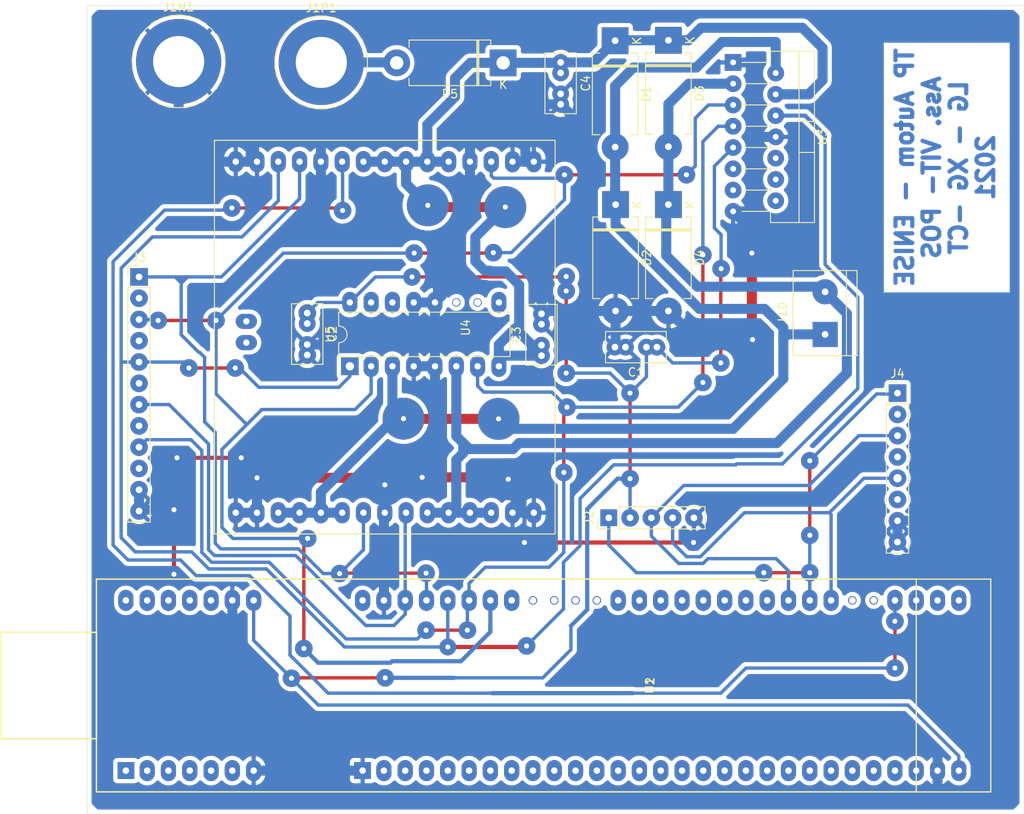
<source format=kicad_pcb>
(kicad_pcb (version 20171130) (host pcbnew 5.1.9)
  (layers (0 F.Cu signal) (31 B.Cu signal) (34 B.Paste user) (35 F.Paste user) (36 B.SilkS user) (37 F.SilkS user) (38 B.Mask user) (39 F.Mask user) (44 Edge.Cuts user))
  (net 0 "")
  (net 1 GNDPWR)
  (net 2 /5_V)
  (net 3 /Vmot)
  (net 4 /M1+)
  (net 5 /M1-)
  (net 6 /CH_A)
  (net 7 /CH_B)
  (net 8 /CH_I)
  (net 9 /PwmA)
  (net 10 /PwmB)
  (net 11 /Enable)
  (net 12 /INA)
  (net 13 /INB)
  (net 14 /I_Sense)
  (net 15 "Net-(D5-Pad2)")
  (module XG_PCB_Lib:ev-vnh7040ay (layer F.Cu) (at 88.8492 98.6536 90)
    (fp_text reference U4 (at 14.478 22.352 90) (layer F.SilkS))
    (fp_text value ev-vnh7040ay)
    (pad 32 thru_hole oval (at 15.22 -3.81 180) (size 2.54 1.8) (drill 0.762) (layers *.Cu *.Mask))
    (pad 31 thru_hole oval (at 12.68 -3.81 180) (size 2.54 1.8) (drill 0.762) (layers *.Cu *.Mask))
    (pad 19 thru_hole oval (at 34.28 -5.08 90) (size 2.54 1.8) (drill 0.762) (layers *.Cu *.Mask) (net 1 GNDPWR))
    (pad 19 thru_hole oval (at 34.28 -2.54 90) (size 2.54 1.8) (drill 0.762) (layers *.Cu *.Mask) (net 1 GNDPWR))
    (pad 28 thru_hole oval (at 34.28 0 90) (size 2.54 1.8) (drill 0.762) (layers *.Cu *.Mask) (net 11 /Enable))
    (pad 27 thru_hole oval (at 34.28 2.54 90) (size 2.54 1.8) (drill 0.762) (layers *.Cu *.Mask) (net 12 /INA))
    (pad 15 thru_hole oval (at 34.28 5.08 90) (size 2.54 1.8) (drill 0.762) (layers *.Cu *.Mask) (net 1 GNDPWR))
    (pad 25 thru_hole oval (at 34.28 7.62 90) (size 2.54 1.8) (drill 0.762) (layers *.Cu *.Mask) (net 14 /I_Sense))
    (pad 22 thru_hole oval (at 34.28 10.16 90) (size 2.54 1.8) (drill 0.762) (layers *.Cu *.Mask) (net 3 /Vmot))
    (pad 22 thru_hole oval (at 34.28 12.7 90) (size 2.54 1.8) (drill 0.762) (layers *.Cu *.Mask) (net 3 /Vmot))
    (pad 22 thru_hole oval (at 34.28 15.24 90) (size 2.54 1.8) (drill 0.762) (layers *.Cu *.Mask) (net 3 /Vmot))
    (pad 20 thru_hole oval (at 34.28 17.78 90) (size 2.54 1.8) (drill 0.762) (layers *.Cu *.Mask) (net 3 /Vmot))
    (pad 20 thru_hole oval (at 34.28 20.32 90) (size 2.54 1.8) (drill 0.762) (layers *.Cu *.Mask) (net 3 /Vmot))
    (pad 19 thru_hole oval (at 34.28 22.86 90) (size 2.54 1.8) (drill 0.762) (layers *.Cu *.Mask) (net 1 GNDPWR))
    (pad 18 thru_hole oval (at 34.28 25.4 90) (size 2.54 1.8) (drill 0.762) (layers *.Cu *.Mask) (net 9 /PwmA))
    (pad 15 thru_hole oval (at 34.28 27.94 90) (size 2.54 1.8) (drill 0.762) (layers *.Cu *.Mask) (net 1 GNDPWR))
    (pad 15 thru_hole oval (at 34.28 30.48 90) (size 2.54 1.8) (drill 0.762) (layers *.Cu *.Mask) (net 1 GNDPWR))
    (pad 15 thru_hole oval (at -7.62 30.48 90) (size 2.54 1.8) (drill 0.762) (layers *.Cu *.Mask) (net 1 GNDPWR))
    (pad 15 thru_hole oval (at -7.62 27.94 90) (size 2.54 1.8) (drill 0.762) (layers *.Cu *.Mask) (net 1 GNDPWR))
    (pad 10 thru_hole oval (at -7.62 25.4 90) (size 2.54 1.8) (drill 0.762) (layers *.Cu *.Mask) (net 5 /M1-))
    (pad 10 thru_hole oval (at -7.62 22.86 90) (size 2.54 1.8) (drill 0.762) (layers *.Cu *.Mask) (net 5 /M1-))
    (pad 10 thru_hole oval (at -7.62 20.32 90) (size 2.54 1.8) (drill 0.762) (layers *.Cu *.Mask) (net 5 /M1-))
    (pad 10 thru_hole oval (at -7.62 17.78 90) (size 2.54 1.8) (drill 0.762) (layers *.Cu *.Mask) (net 5 /M1-))
    (pad 9 thru_hole oval (at -7.62 15.24 90) (size 2.54 1.8) (drill 0.762) (layers *.Cu *.Mask) (net 13 /INB))
    (pad 1 thru_hole oval (at -7.62 12.7 90) (size 2.54 1.8) (drill 0.762) (layers *.Cu *.Mask) (net 1 GNDPWR))
    (pad 7 thru_hole oval (at -7.62 10.16 90) (size 2.54 1.8) (drill 0.762) (layers *.Cu *.Mask) (net 12 /INA))
    (pad 3 thru_hole oval (at -7.62 7.62 90) (size 2.54 1.8) (drill 0.762) (layers *.Cu *.Mask) (net 4 /M1+))
    (pad 3 thru_hole oval (at -7.62 5.08 90) (size 2.54 1.8) (drill 0.762) (layers *.Cu *.Mask) (net 4 /M1+))
    (pad 3 thru_hole oval (at -7.62 2.54 90) (size 2.54 1.8) (drill 0.762) (layers *.Cu *.Mask) (net 4 /M1+))
    (pad 3 thru_hole oval (at -7.62 0 90) (size 2.54 1.8) (drill 0.762) (layers *.Cu *.Mask) (net 4 /M1+))
    (pad 1 thru_hole oval (at -7.62 -2.54 90) (size 2.54 1.8) (drill 0.762) (layers *.Cu *.Mask) (net 1 GNDPWR))
    (pad 1 thru_hole oval (at -7.62 -5.08 90) (size 2.54 1.8) (drill 0.762) (layers *.Cu *.Mask) (net 1 GNDPWR))
  )
  (module TerminalBlock:TerminalBlock_bornier-2_P5.08mm (layer F.Cu) (at 154.0764 84.9884 90)
    (fp_text reference J10 (at 2.54 -5.08 90) (layer F.SilkS))
    (fp_text value Screw_Terminal_01x02)
    (pad 1 thru_hole rect (at 0 0 90) (size 3 3) (drill 0.8) (layers *.Cu *.Mask) (net 4 /M1+))
    (pad 2 thru_hole circle (at 5.08 0 90) (size 3 3) (drill 0.8) (layers *.Cu *.Mask) (net 5 /M1-))
  )
  (module Diode_THT:D_DO-201AD_P12.70mm_Horizontal (layer F.Cu) (at 135.382 49.8856 270)
    (fp_text reference D3 (at 6.35 -3.72 90) (layer F.SilkS))
    (fp_text value MBR360)
    (fp_text user K (at 0 -2.6 90) (layer F.SilkS))
    (pad 2 thru_hole oval (at 12.7 0 270) (size 3.2 3.2) (drill 0.8) (layers *.Cu *.Mask) (net 5 /M1-))
    (pad 1 thru_hole rect (at 0 0 270) (size 3.2 3.2) (drill 0.8) (layers *.Cu *.Mask) (net 3 /Vmot))
  )
  (module Diode_THT:D_DO-201AD_P12.70mm_Horizontal (layer F.Cu) (at 129.032 49.9364 270)
    (fp_text reference D1 (at 6.35 -3.72 90) (layer F.SilkS))
    (fp_text value MBR360)
    (fp_text user K (at 0 -2.6 90) (layer F.SilkS))
    (pad 1 thru_hole rect (at 0 0 270) (size 3.2 3.2) (drill 0.8) (layers *.Cu *.Mask) (net 3 /Vmot))
    (pad 2 thru_hole oval (at 12.7 0 270) (size 3.2 3.2) (drill 0.8) (layers *.Cu *.Mask) (net 4 /M1+))
  )
  (module Capacitor_THT:C_Rect_L7.0mm_W3.5mm_P2.50mm_P5.00mm (layer F.Cu) (at 120.2436 87.5284 90)
    (fp_text reference C3 (at 2.5 -3 90) (layer F.SilkS))
    (fp_text value C)
    (pad 1 thru_hole circle (at 1.25 0 90) (size 2 2) (drill 0.8) (layers *.Cu *.Mask) (net 3 /Vmot))
    (pad 2 thru_hole circle (at 3.75 0 90) (size 2 2) (drill 0.8) (layers *.Cu *.Mask) (net 1 GNDPWR))
    (pad 1 thru_hole circle (at 0 0 90) (size 2 2) (drill 0.8) (layers *.Cu *.Mask) (net 3 /Vmot))
    (pad 2 thru_hole circle (at 5 0 90) (size 2 2) (drill 0.8) (layers *.Cu *.Mask) (net 1 GNDPWR))
  )
  (module Diode_THT:D_DO-201AD_P12.70mm_Horizontal (layer F.Cu) (at 135.382 69.4944 270)
    (fp_text reference D4 (at 6.35 -3.72 90) (layer F.SilkS))
    (fp_text value MBR360)
    (fp_text user K (at 0 -2.6 90) (layer F.SilkS))
    (pad 1 thru_hole rect (at 0 0 270) (size 3.2 3.2) (drill 0.8) (layers *.Cu *.Mask) (net 5 /M1-))
    (pad 2 thru_hole oval (at 12.7 0 270) (size 3.2 3.2) (drill 0.8) (layers *.Cu *.Mask) (net 1 GNDPWR))
  )
  (module Diode_THT:D_DO-201AD_P12.70mm_Horizontal (layer F.Cu) (at 129.0828 69.4944 270)
    (fp_text reference D2 (at 6.35 -3.72 90) (layer F.SilkS))
    (fp_text value MBR360)
    (fp_text user K (at 0 -2.6 90) (layer F.SilkS))
    (pad 2 thru_hole oval (at 12.7 0 270) (size 3.2 3.2) (drill 0.8) (layers *.Cu *.Mask) (net 1 GNDPWR))
    (pad 1 thru_hole rect (at 0 0 270) (size 3.2 3.2) (drill 0.8) (layers *.Cu *.Mask) (net 4 /M1+))
  )
  (module Capacitor_THT:C_Rect_L7.0mm_W3.5mm_P2.50mm_P5.00mm (layer F.Cu) (at 122.5296 52.5272 270)
    (fp_text reference C4 (at 2.5 -3 90) (layer F.SilkS))
    (fp_text value C)
    (pad 1 thru_hole circle (at 1.25 0 270) (size 2 2) (drill 0.8) (layers *.Cu *.Mask) (net 3 /Vmot))
    (pad 2 thru_hole circle (at 3.75 0 270) (size 2 2) (drill 0.8) (layers *.Cu *.Mask) (net 1 GNDPWR))
    (pad 1 thru_hole circle (at 0 0 270) (size 2 2) (drill 0.8) (layers *.Cu *.Mask) (net 3 /Vmot))
    (pad 2 thru_hole circle (at 5 0 270) (size 2 2) (drill 0.8) (layers *.Cu *.Mask) (net 1 GNDPWR))
  )
  (module Capacitor_THT:C_Rect_L7.0mm_W3.5mm_P2.50mm_P5.00mm (layer F.Cu) (at 92.3036 82.4484 270)
    (fp_text reference C2 (at 2.5 -3 90) (layer F.SilkS))
    (fp_text value C)
    (pad 2 thru_hole circle (at 5 0 270) (size 2.1 2.1) (drill 0.8) (layers *.Cu *.Mask) (net 1 GNDPWR))
    (pad 1 thru_hole circle (at 0 0 270) (size 2.1 2.1) (drill 0.8) (layers *.Cu *.Mask) (net 2 /5_V))
    (pad 2 thru_hole circle (at 3.75 0 270) (size 2 2) (drill 0.8) (layers *.Cu *.Mask) (net 1 GNDPWR))
    (pad 1 thru_hole circle (at 1.25 0 270) (size 2 2) (drill 0.8) (layers *.Cu *.Mask) (net 2 /5_V))
  )
  (module Capacitor_THT:C_Rect_L7.0mm_W3.5mm_P2.50mm_P5.00mm (layer F.Cu) (at 134.0104 86.5124 180)
    (fp_text reference C1 (at 2.5 -3) (layer F.SilkS))
    (fp_text value C)
    (pad 2 thru_hole circle (at 5 0 180) (size 2 2) (drill 0.8) (layers *.Cu *.Mask) (net 1 GNDPWR))
    (pad 1 thru_hole circle (at 0 0 180) (size 2 2) (drill 0.8) (layers *.Cu *.Mask) (net 2 /5_V))
    (pad 2 thru_hole circle (at 3.75 0 180) (size 2 2) (drill 0.8) (layers *.Cu *.Mask) (net 1 GNDPWR))
    (pad 1 thru_hole circle (at 1.25 0 180) (size 2 2) (drill 0.8) (layers *.Cu *.Mask) (net 2 /5_V))
  )
  (module Package_TO_SOT_THT:TO-220-15_P2.54x2.54mm_StaggerOdd_Lead4.58mm_Vertical (layer F.Cu) (at 143.1036 52.5272 270)
    (fp_text reference U3 (at 8.89 -10.7 90) (layer F.SilkS))
    (fp_text value L298HN)
    (pad 1 thru_hole rect (at 0 0 270) (size 2 2) (drill 0.7) (layers *.Cu *.Mask) (net 1 GNDPWR))
    (pad 2 thru_hole oval (at 1.27 -5.08 270) (size 2 2) (drill 0.7) (layers *.Cu *.Mask) (net 4 /M1+))
    (pad 3 thru_hole oval (at 2.54 0 270) (size 2 2) (drill 0.7) (layers *.Cu *.Mask) (net 5 /M1-))
    (pad 4 thru_hole oval (at 3.81 -5.08 270) (size 2 2) (drill 0.7) (layers *.Cu *.Mask) (net 3 /Vmot))
    (pad 5 thru_hole oval (at 5.08 0 270) (size 2 2) (drill 0.7) (layers *.Cu *.Mask) (net 9 /PwmA))
    (pad 6 thru_hole oval (at 6.35 -5.08 270) (size 2 2) (drill 0.7) (layers *.Cu *.Mask) (net 11 /Enable))
    (pad 7 thru_hole oval (at 7.62 0 270) (size 2 2) (drill 0.7) (layers *.Cu *.Mask) (net 10 /PwmB))
    (pad 8 thru_hole oval (at 8.89 -5.08 270) (size 2 2) (drill 0.7) (layers *.Cu *.Mask) (net 1 GNDPWR))
    (pad 9 thru_hole oval (at 10.16 0 270) (size 2 2) (drill 0.7) (layers *.Cu *.Mask) (net 2 /5_V))
    (pad 10 thru_hole oval (at 11.43 -5.08 270) (size 2 2) (drill 0.7) (layers *.Cu *.Mask))
    (pad 11 thru_hole oval (at 12.7 0 270) (size 2 2) (drill 0.7) (layers *.Cu *.Mask))
    (pad 12 thru_hole oval (at 13.97 -5.08 270) (size 2 2) (drill 0.7) (layers *.Cu *.Mask))
    (pad 13 thru_hole oval (at 15.24 0 270) (size 2 2) (drill 0.7) (layers *.Cu *.Mask))
    (pad 14 thru_hole oval (at 16.51 -5.08 270) (size 2 2) (drill 0.7) (layers *.Cu *.Mask))
    (pad 15 thru_hole oval (at 17.78 0 270) (size 2 2) (drill 0.7) (layers *.Cu *.Mask) (net 1 GNDPWR))
  )
  (module Connector_PinHeader_2.54mm:PinHeader_1x05_P2.54mm_Vertical (layer F.Cu) (at 128.27 106.8832 90)
    (fp_text reference J2 (at 0 -2.33 90) (layer F.SilkS))
    (fp_text value Conn_01x05)
    (pad 1 thru_hole rect (at 0 0 90) (size 2 2) (drill 0.8) (layers *.Cu *.Mask) (net 6 /CH_A))
    (pad 2 thru_hole circle (at 0 2.54 90) (size 2.1 2.1) (drill 0.8) (layers *.Cu *.Mask) (net 2 /5_V))
    (pad 3 thru_hole circle (at 0 5.08 90) (size 2.1 2.1) (drill 0.8) (layers *.Cu *.Mask) (net 7 /CH_B))
    (pad 4 thru_hole circle (at 0 7.62 90) (size 2.1 2.1) (drill 0.8) (layers *.Cu *.Mask) (net 8 /CH_I))
    (pad 5 thru_hole circle (at 0 10.16 90) (size 2.1 2.1) (drill 0.8) (layers *.Cu *.Mask) (net 1 GNDPWR))
  )
  (module Package_DIP:DIP-16_W7.62mm (layer F.Cu) (at 97.3836 88.7984 90)
    (fp_text reference U5 (at 3.81 -2.33 90) (layer F.SilkS))
    (fp_text value L293D)
    (pad 1 thru_hole rect (at 0 0 90) (size 2.1 2.1) (drill 1) (layers *.Cu *.Mask) (net 11 /Enable))
    (pad 9 thru_hole oval (at 7.62 17.78 90) (size 2.54 1.8) (drill 0.762) (layers *.Cu *.Mask))
    (pad 2 thru_hole oval (at 0 2.54 90) (size 2.54 1.8) (drill 0.762) (layers *.Cu *.Mask) (net 9 /PwmA))
    (pad 10 thru_hole oval (at 7.62 15.24 90) (size 1 1) (drill 0.8) (layers *.Cu *.Mask))
    (pad 3 thru_hole oval (at 0 5.08 90) (size 2.54 1.8) (drill 0.762) (layers *.Cu *.Mask) (net 4 /M1+))
    (pad 11 thru_hole oval (at 7.62 12.7 90) (size 1 1) (drill 0.8) (layers *.Cu *.Mask))
    (pad 4 thru_hole oval (at 0 7.62 90) (size 2.54 1.8) (drill 0.762) (layers *.Cu *.Mask) (net 1 GNDPWR))
    (pad 12 thru_hole oval (at 7.62 10.16 90) (size 2.54 1.8) (drill 0.762) (layers *.Cu *.Mask) (net 1 GNDPWR))
    (pad 5 thru_hole oval (at 0 10.16 90) (size 2.54 1.8) (drill 0.762) (layers *.Cu *.Mask) (net 1 GNDPWR))
    (pad 13 thru_hole oval (at 7.62 7.62 90) (size 2.54 1.8) (drill 0.762) (layers *.Cu *.Mask) (net 1 GNDPWR))
    (pad 6 thru_hole oval (at 0 12.7 90) (size 2.54 1.8) (drill 0.762) (layers *.Cu *.Mask) (net 5 /M1-))
    (pad 14 thru_hole oval (at 7.62 5.08 90) (size 2.54 1.8) (drill 0.762) (layers *.Cu *.Mask))
    (pad 7 thru_hole oval (at 0 15.24 90) (size 2.54 1.8) (drill 0.762) (layers *.Cu *.Mask) (net 10 /PwmB))
    (pad 15 thru_hole oval (at 7.62 2.54 90) (size 2.54 1.8) (drill 0.762) (layers *.Cu *.Mask))
    (pad 8 thru_hole oval (at 0 17.78 90) (size 2.54 1.8) (drill 0.762) (layers *.Cu *.Mask) (net 3 /Vmot))
    (pad 16 thru_hole oval (at 7.62 0 90) (size 2.54 1.8) (drill 0.762) (layers *.Cu *.Mask) (net 2 /5_V))
  )
  (module XG_PCB_Lib:Cy8ckit-059 (layer F.Cu) (at 133.1976 126.8984 90)
    (fp_text reference U1 (at 0 0 90) (layer F.SilkS))
    (fp_text value Cy8ckit-059)
    (pad Kp7 thru_hole oval (at -10.16 -47.29 90) (size 2.5 1.8) (drill 0.762) (layers *.Cu *.Mask) (net 1 GNDPWR))
    (pad Kp6 thru_hole oval (at -10.16 -49.83 90) (size 2.5 1.8) (drill 0.762) (layers *.Cu *.Mask))
    (pad Kp5 thru_hole oval (at -10.16 -52.37 90) (size 2.5 1.8) (drill 0.762) (layers *.Cu *.Mask))
    (pad Kp4 thru_hole oval (at -10.16 -54.91 90) (size 2.5 1.8) (drill 0.762) (layers *.Cu *.Mask))
    (pad Kp3 thru_hole oval (at -10.16 -57.45 90) (size 2.5 1.8) (drill 0.762) (layers *.Cu *.Mask))
    (pad Kp2 thru_hole oval (at -10.16 -59.99 90) (size 2.5 1.8) (drill 0.762) (layers *.Cu *.Mask))
    (pad Kp1 thru_hole trapezoid (at -10.16 -62.53 90) (size 2 2) (drill 0.762) (layers *.Cu *.Mask))
    (pad Kp14 thru_hole oval (at 10.16 -62.53 90) (size 2.5 1.8) (drill 0.762) (layers *.Cu *.Mask))
    (pad Kp13 thru_hole oval (at 10.16 -59.99 90) (size 2.5 1.8) (drill 0.762) (layers *.Cu *.Mask))
    (pad Kp12 thru_hole oval (at 10.16 -57.45 90) (size 2.5 1.8) (drill 0.762) (layers *.Cu *.Mask))
    (pad Kp11 thru_hole oval (at 10.16 -54.91 90) (size 2.5 1.8) (drill 0.762) (layers *.Cu *.Mask))
    (pad Kp10 thru_hole oval (at 10.16 -52.37 90) (size 2.5 1.8) (drill 0.762) (layers *.Cu *.Mask))
    (pad Kp9 thru_hole oval (at 10.16 -49.83 90) (size 2.5 1.8) (drill 0.762) (layers *.Cu *.Mask) (net 1 GNDPWR))
    (pad 52 thru_hole oval (at 10.16 -34.29 90) (size 2.5 1.8) (drill 0.762) (layers *.Cu *.Mask))
    (pad 51 thru_hole oval (at 10.16 -31.75 90) (size 2.5 1.8) (drill 0.762) (layers *.Cu *.Mask) (net 1 GNDPWR))
    (pad 50 thru_hole oval (at 10.16 -29.21 90) (size 2.5 1.8) (drill 0.762) (layers *.Cu *.Mask) (net 13 /INB))
    (pad 49 thru_hole oval (at 10.16 -26.67 90) (size 2.5 1.8) (drill 0.762) (layers *.Cu *.Mask) (net 12 /INA))
    (pad 48 thru_hole oval (at 10.16 -24.13 90) (size 2.5 1.8) (drill 0.762) (layers *.Cu *.Mask) (net 11 /Enable))
    (pad 47 thru_hole oval (at 10.16 -21.59 90) (size 2.5 1.8) (drill 0.762) (layers *.Cu *.Mask) (net 10 /PwmB))
    (pad 46 thru_hole oval (at 10.16 -19.05 90) (size 2.5 1.8) (drill 0.762) (layers *.Cu *.Mask) (net 9 /PwmA))
    (pad 45 thru_hole oval (at 10.16 -16.51 90) (size 2.5 1.8) (drill 0.762) (layers *.Cu *.Mask))
    (pad 44 thru_hole oval (at 10.16 -13.97 90) (size 1 1) (drill 0.762) (layers *.Cu *.Mask))
    (pad 43 thru_hole oval (at 10.16 -11.43 90) (size 1 1) (drill 0.762) (layers *.Cu *.Mask))
    (pad 42 thru_hole oval (at 10.16 -8.89 90) (size 1 1) (drill 0.762) (layers *.Cu *.Mask))
    (pad 41 thru_hole oval (at 10.16 -6.35 90) (size 1 1) (drill 0.762) (layers *.Cu *.Mask))
    (pad 40 thru_hole oval (at 10.16 -3.81 90) (size 2.5 1.8) (drill 0.762) (layers *.Cu *.Mask))
    (pad 39 thru_hole oval (at 10.16 -1.27 90) (size 2.5 1.8) (drill 0.762) (layers *.Cu *.Mask))
    (pad 38 thru_hole oval (at 10.16 1.27 90) (size 2.5 1.8) (drill 0.762) (layers *.Cu *.Mask))
    (pad 37 thru_hole oval (at 10.16 3.81 90) (size 2.5 1.8) (drill 0.762) (layers *.Cu *.Mask))
    (pad 36 thru_hole oval (at 10.16 6.35 90) (size 2.5 1.8) (drill 0.762) (layers *.Cu *.Mask))
    (pad 35 thru_hole oval (at 10.16 8.89 90) (size 2.5 1.8) (drill 0.762) (layers *.Cu *.Mask))
    (pad 34 thru_hole oval (at 10.16 11.43 90) (size 2.5 1.8) (drill 0.762) (layers *.Cu *.Mask))
    (pad 33 thru_hole oval (at 10.16 13.97 90) (size 2.5 1.8) (drill 0.762) (layers *.Cu *.Mask))
    (pad 32 thru_hole oval (at 10.16 16.51 90) (size 2.5 1.8) (drill 0.762) (layers *.Cu *.Mask) (net 7 /CH_B))
    (pad 31 thru_hole oval (at 10.16 19.05 90) (size 2.5 1.8) (drill 0.762) (layers *.Cu *.Mask) (net 6 /CH_A))
    (pad 30 thru_hole oval (at 10.16 21.59 90) (size 2.5 1.8) (drill 0.762) (layers *.Cu *.Mask) (net 8 /CH_I))
    (pad 29 thru_hole oval (at 10.16 24.13 90) (size 1 1) (drill 0.762) (layers *.Cu *.Mask))
    (pad 28 thru_hole oval (at 10.16 26.67 90) (size 1 1) (drill 0.762) (layers *.Cu *.Mask))
    (pad 27 thru_hole oval (at 10.16 29.21 90) (size 2.5 1.8) (drill 0.762) (layers *.Cu *.Mask) (net 14 /I_Sense))
    (pad 26 thru_hole oval (at -10.16 29.21 90) (size 2.5 1.8) (drill 0.762) (layers *.Cu *.Mask))
    (pad 25 thru_hole oval (at -10.16 26.67 90) (size 2.5 1.8) (drill 0.762) (layers *.Cu *.Mask))
    (pad 24 thru_hole oval (at -10.16 24.13 90) (size 2.5 1.8) (drill 0.762) (layers *.Cu *.Mask))
    (pad 23 thru_hole oval (at -10.16 21.59 90) (size 2.5 1.8) (drill 0.762) (layers *.Cu *.Mask))
    (pad 22 thru_hole oval (at -10.16 19.05 90) (size 2.5 1.8) (drill 0.762) (layers *.Cu *.Mask))
    (pad 21 thru_hole oval (at -10.16 16.51 90) (size 2.5 1.8) (drill 0.762) (layers *.Cu *.Mask))
    (pad 20 thru_hole oval (at -10.16 13.97 90) (size 2.5 1.8) (drill 0.762) (layers *.Cu *.Mask))
    (pad 19 thru_hole oval (at -10.16 11.43 90) (size 2.5 1.8) (drill 0.762) (layers *.Cu *.Mask))
    (pad 18 thru_hole oval (at -10.16 8.89 90) (size 2.5 1.8) (drill 0.762) (layers *.Cu *.Mask))
    (pad 17 thru_hole oval (at -10.16 6.35 90) (size 2.5 1.8) (drill 0.762) (layers *.Cu *.Mask))
    (pad 16 thru_hole oval (at -10.16 3.81 90) (size 2.5 1.8) (drill 0.762) (layers *.Cu *.Mask))
    (pad 15 thru_hole oval (at -10.16 1.27 90) (size 2.5 1.8) (drill 0.762) (layers *.Cu *.Mask))
    (pad 14 thru_hole oval (at -10.16 -1.27 90) (size 2.5 1.8) (drill 0.762) (layers *.Cu *.Mask))
    (pad 13 thru_hole oval (at -10.16 -3.81 90) (size 2.5 1.8) (drill 0.762) (layers *.Cu *.Mask))
    (pad 12 thru_hole oval (at -10.16 -6.35 90) (size 2.5 1.8) (drill 0.762) (layers *.Cu *.Mask))
    (pad 11 thru_hole oval (at -10.16 -8.89 90) (size 2.5 1.8) (drill 0.762) (layers *.Cu *.Mask))
    (pad 10 thru_hole oval (at -10.16 -11.43 90) (size 2.5 1.8) (drill 0.762) (layers *.Cu *.Mask))
    (pad 9 thru_hole oval (at -10.16 -13.97 90) (size 2.5 1.8) (drill 0.762) (layers *.Cu *.Mask))
    (pad 8 thru_hole oval (at -10.16 -16.51 90) (size 2.5 1.8) (drill 0.762) (layers *.Cu *.Mask))
    (pad 7 thru_hole oval (at -10.16 -19.05 90) (size 2.5 1.8) (drill 0.762) (layers *.Cu *.Mask))
    (pad 6 thru_hole oval (at -10.16 -21.59 90) (size 2.5 1.8) (drill 0.762) (layers *.Cu *.Mask))
    (pad 5 thru_hole oval (at -10.16 -24.13 90) (size 2.5 1.8) (drill 0.762) (layers *.Cu *.Mask))
    (pad 4 thru_hole oval (at -10.16 -26.67 90) (size 2.5 1.8) (drill 0.762) (layers *.Cu *.Mask))
    (pad 3 thru_hole oval (at -10.16 -29.21 90) (size 2.5 1.8) (drill 0.762) (layers *.Cu *.Mask))
    (pad 2 thru_hole oval (at -10.16 -31.75 90) (size 2.5 1.8) (drill 0.762) (layers *.Cu *.Mask))
    (pad 1 thru_hole trapezoid (at -10.16 -34.29 90) (size 2 2) (drill 0.762) (layers *.Cu *.Mask) (net 1 GNDPWR))
    (pad Kp8 thru_hole oval (at 10.16 -47.29 90) (size 2.5 1.8) (drill 0.762) (layers *.Cu *.Mask) (net 2 /5_V))
  )
  (module XG_PCB_Lib:Cy8ckit-043 (layer F.Cu) (at 133.1976 126.8984 90)
    (fp_text reference U2 (at 0 0 90) (layer F.SilkS))
    (fp_text value Cy8ckit-043)
    (pad Kp7 thru_hole oval (at -10.16 -47.29 90) (size 2.5 1.8) (drill 0.762) (layers *.Cu *.Mask) (net 1 GNDPWR))
    (pad Kp6 thru_hole oval (at -10.16 -49.83 90) (size 2.5 1.8) (drill 0.762) (layers *.Cu *.Mask))
    (pad Kp5 thru_hole oval (at -10.16 -52.37 90) (size 2.5 1.8) (drill 0.762) (layers *.Cu *.Mask))
    (pad Kp4 thru_hole oval (at -10.16 -54.91 90) (size 2.5 1.8) (drill 0.762) (layers *.Cu *.Mask))
    (pad Kp3 thru_hole oval (at -10.16 -57.45 90) (size 2.5 1.8) (drill 0.762) (layers *.Cu *.Mask))
    (pad Kp2 thru_hole oval (at -10.16 -59.99 90) (size 2.5 1.8) (drill 0.762) (layers *.Cu *.Mask))
    (pad Kp1 thru_hole trapezoid (at -10.16 -62.53 90) (size 2 2) (drill 0.762) (layers *.Cu *.Mask))
    (pad Kp14 thru_hole oval (at 10.16 -62.53 90) (size 2.5 1.8) (drill 0.762) (layers *.Cu *.Mask))
    (pad Kp13 thru_hole oval (at 10.16 -59.99 90) (size 2.5 1.8) (drill 0.762) (layers *.Cu *.Mask))
    (pad Kp12 thru_hole oval (at 10.16 -57.45 90) (size 2.5 1.8) (drill 0.762) (layers *.Cu *.Mask))
    (pad Kp11 thru_hole oval (at 10.16 -54.91 90) (size 2.5 1.8) (drill 0.762) (layers *.Cu *.Mask))
    (pad Kp10 thru_hole oval (at 10.16 -52.37 90) (size 2.5 1.8) (drill 0.762) (layers *.Cu *.Mask))
    (pad Kp9 thru_hole oval (at 10.16 -49.83 90) (size 2.5 1.8) (drill 0.762) (layers *.Cu *.Mask) (net 1 GNDPWR))
    (pad 58 thru_hole oval (at 10.16 -34.29 90) (size 2.5 1.8) (drill 0.762) (layers *.Cu *.Mask))
    (pad 57 thru_hole oval (at 10.16 -31.75 90) (size 2.5 1.8) (drill 0.762) (layers *.Cu *.Mask) (net 1 GNDPWR))
    (pad 56 thru_hole oval (at 10.16 -29.21 90) (size 2.5 1.8) (drill 0.762) (layers *.Cu *.Mask) (net 13 /INB))
    (pad 55 thru_hole oval (at 10.16 -26.67 90) (size 2.5 1.8) (drill 0.762) (layers *.Cu *.Mask) (net 12 /INA))
    (pad 54 thru_hole oval (at 10.16 -24.13 90) (size 2.5 1.8) (drill 0.762) (layers *.Cu *.Mask) (net 11 /Enable))
    (pad 53 thru_hole oval (at 10.16 -21.59 90) (size 2.5 1.8) (drill 0.762) (layers *.Cu *.Mask) (net 10 /PwmB))
    (pad 52 thru_hole oval (at 10.16 -19.05 90) (size 2.5 1.8) (drill 0.762) (layers *.Cu *.Mask) (net 9 /PwmA))
    (pad 51 thru_hole oval (at 10.16 -16.51 90) (size 2.5 1.8) (drill 0.762) (layers *.Cu *.Mask))
    (pad 50 thru_hole oval (at 10.16 -13.97 90) (size 1 1) (drill 0.762) (layers *.Cu *.Mask))
    (pad 49 thru_hole oval (at 10.16 -11.43 90) (size 1 1) (drill 0.762) (layers *.Cu *.Mask))
    (pad 48 thru_hole oval (at 10.16 -8.89 90) (size 1 1) (drill 0.762) (layers *.Cu *.Mask))
    (pad 47 thru_hole oval (at 10.16 -6.35 90) (size 1 1) (drill 0.762) (layers *.Cu *.Mask))
    (pad 46 thru_hole oval (at 10.16 -3.81 90) (size 2.5 1.8) (drill 0.762) (layers *.Cu *.Mask))
    (pad 45 thru_hole oval (at 10.16 -1.27 90) (size 2.5 1.8) (drill 0.762) (layers *.Cu *.Mask))
    (pad 44 thru_hole oval (at 10.16 1.27 90) (size 2.5 1.8) (drill 0.762) (layers *.Cu *.Mask))
    (pad 43 thru_hole oval (at 10.16 3.81 90) (size 2.5 1.8) (drill 0.762) (layers *.Cu *.Mask))
    (pad 42 thru_hole oval (at 10.16 6.35 90) (size 2.5 1.8) (drill 0.762) (layers *.Cu *.Mask))
    (pad 41 thru_hole oval (at 10.16 8.89 90) (size 2.5 1.8) (drill 0.762) (layers *.Cu *.Mask))
    (pad 40 thru_hole oval (at 10.16 11.43 90) (size 2.5 1.8) (drill 0.762) (layers *.Cu *.Mask))
    (pad 39 thru_hole oval (at 10.16 13.97 90) (size 2.5 1.8) (drill 0.762) (layers *.Cu *.Mask))
    (pad 38 thru_hole oval (at 10.16 16.51 90) (size 2.5 1.8) (drill 0.762) (layers *.Cu *.Mask) (net 7 /CH_B))
    (pad 37 thru_hole oval (at 10.16 19.05 90) (size 2.5 1.8) (drill 0.762) (layers *.Cu *.Mask) (net 6 /CH_A))
    (pad 36 thru_hole oval (at 10.16 21.59 90) (size 2.5 1.8) (drill 0.762) (layers *.Cu *.Mask) (net 8 /CH_I))
    (pad 35 thru_hole oval (at 10.16 24.13 90) (size 1 1) (drill 0.762) (layers *.Cu *.Mask))
    (pad 34 thru_hole oval (at 10.16 26.67 90) (size 1 1) (drill 0.762) (layers *.Cu *.Mask))
    (pad 33 thru_hole oval (at 10.16 29.21 90) (size 2.5 1.8) (drill 0.762) (layers *.Cu *.Mask) (net 14 /I_Sense))
    (pad 32 thru_hole oval (at 10.16 31.75 90) (size 2.5 1.8) (drill 0.762) (layers *.Cu *.Mask))
    (pad 31 thru_hole oval (at 10.16 34.29 90) (size 2.5 1.8) (drill 0.762) (layers *.Cu *.Mask))
    (pad 30 thru_hole oval (at 10.16 36.83 90) (size 2.5 1.8) (drill 0.762) (layers *.Cu *.Mask))
    (pad 29 thru_hole oval (at -10.16 36.83 90) (size 2.5 1.8) (drill 0.762) (layers *.Cu *.Mask) (net 2 /5_V))
    (pad 28 thru_hole oval (at -10.16 34.29 90) (size 2.5 1.8) (drill 0.762) (layers *.Cu *.Mask) (net 1 GNDPWR))
    (pad 27 thru_hole oval (at -10.16 31.75 90) (size 2.5 1.8) (drill 0.762) (layers *.Cu *.Mask))
    (pad 26 thru_hole oval (at -10.16 29.21 90) (size 2.5 1.8) (drill 0.762) (layers *.Cu *.Mask))
    (pad 25 thru_hole oval (at -10.16 26.67 90) (size 2.5 1.8) (drill 0.762) (layers *.Cu *.Mask))
    (pad 24 thru_hole oval (at -10.16 24.13 90) (size 2.5 1.8) (drill 0.762) (layers *.Cu *.Mask))
    (pad 23 thru_hole oval (at -10.16 21.59 90) (size 2.5 1.8) (drill 0.762) (layers *.Cu *.Mask))
    (pad 22 thru_hole oval (at -10.16 19.05 90) (size 2.5 1.8) (drill 0.762) (layers *.Cu *.Mask))
    (pad 21 thru_hole oval (at -10.16 16.51 90) (size 2.5 1.8) (drill 0.762) (layers *.Cu *.Mask))
    (pad 20 thru_hole oval (at -10.16 13.97 90) (size 2.5 1.8) (drill 0.762) (layers *.Cu *.Mask))
    (pad 19 thru_hole oval (at -10.16 11.43 90) (size 2.5 1.8) (drill 0.762) (layers *.Cu *.Mask))
    (pad 18 thru_hole oval (at -10.16 8.89 90) (size 2.5 1.8) (drill 0.762) (layers *.Cu *.Mask))
    (pad 17 thru_hole oval (at -10.16 6.35 90) (size 2.5 1.8) (drill 0.762) (layers *.Cu *.Mask))
    (pad 16 thru_hole oval (at -10.16 3.81 90) (size 2.5 1.8) (drill 0.762) (layers *.Cu *.Mask))
    (pad 15 thru_hole oval (at -10.16 1.27 90) (size 2.5 1.8) (drill 0.762) (layers *.Cu *.Mask))
    (pad 14 thru_hole oval (at -10.16 -1.27 90) (size 2.5 1.8) (drill 0.762) (layers *.Cu *.Mask))
    (pad 13 thru_hole oval (at -10.16 -3.81 90) (size 2.5 1.8) (drill 0.762) (layers *.Cu *.Mask))
    (pad 12 thru_hole oval (at -10.16 -6.35 90) (size 2.5 1.8) (drill 0.762) (layers *.Cu *.Mask))
    (pad 11 thru_hole oval (at -10.16 -8.89 90) (size 2.5 1.8) (drill 0.762) (layers *.Cu *.Mask))
    (pad 10 thru_hole oval (at -10.16 -11.43 90) (size 2.5 1.8) (drill 0.762) (layers *.Cu *.Mask))
    (pad 9 thru_hole oval (at -10.16 -13.97 90) (size 2.5 1.8) (drill 0.762) (layers *.Cu *.Mask))
    (pad 8 thru_hole oval (at -10.16 -16.51 90) (size 2.5 1.8) (drill 0.762) (layers *.Cu *.Mask))
    (pad 7 thru_hole oval (at -10.16 -19.05 90) (size 2.5 1.8) (drill 0.762) (layers *.Cu *.Mask))
    (pad 6 thru_hole oval (at -10.16 -21.59 90) (size 2.5 1.8) (drill 0.762) (layers *.Cu *.Mask))
    (pad 5 thru_hole oval (at -10.16 -24.13 90) (size 2.5 1.8) (drill 0.762) (layers *.Cu *.Mask))
    (pad 4 thru_hole oval (at -10.16 -26.67 90) (size 2.5 1.8) (drill 0.762) (layers *.Cu *.Mask))
    (pad 3 thru_hole oval (at -10.16 -29.21 90) (size 2.5 1.8) (drill 0.762) (layers *.Cu *.Mask))
    (pad 2 thru_hole oval (at -10.16 -31.75 90) (size 2.5 1.8) (drill 0.762) (layers *.Cu *.Mask))
    (pad 1 thru_hole trapezoid (at -10.16 -34.29 90) (size 2 2) (drill 0.762) (layers *.Cu *.Mask) (net 1 GNDPWR))
    (pad Kp8 thru_hole oval (at 10.16 -47.29 90) (size 2.5 1.8) (drill 0.762) (layers *.Cu *.Mask) (net 2 /5_V))
  )
  (module Connector_PinHeader_2.54mm:PinHeader_1x12_P2.54mm_Vertical (layer F.Cu) (at 72.2376 78.1304)
    (fp_text reference J3 (at 0 -2.33) (layer F.SilkS))
    (fp_text value Conn_01x012)
    (pad 1 thru_hole rect (at 0 0) (size 2.1 2.1) (drill 0.8) (layers *.Cu *.Mask) (net 12 /INA))
    (pad 2 thru_hole circle (at 0 2.54) (size 2.1 2.1) (drill 0.8) (layers *.Cu *.Mask))
    (pad 3 thru_hole circle (at 0 5.08) (size 2.1 2.1) (drill 0.8) (layers *.Cu *.Mask) (net 9 /PwmA))
    (pad 4 thru_hole circle (at 0 7.62) (size 2.1 2.1) (drill 0.8) (layers *.Cu *.Mask))
    (pad 5 thru_hole circle (at 0 10.16) (size 2.1 2.1) (drill 0.8) (layers *.Cu *.Mask) (net 11 /Enable))
    (pad 6 thru_hole circle (at 0 12.7) (size 2.1 2.1) (drill 0.8) (layers *.Cu *.Mask))
    (pad 7 thru_hole circle (at 0 15.24) (size 2.1 2.1) (drill 0.8) (layers *.Cu *.Mask) (net 13 /INB))
    (pad 8 thru_hole circle (at 0 17.78) (size 2.1 2.1) (drill 0.8) (layers *.Cu *.Mask))
    (pad 9 thru_hole circle (at 0 20.32) (size 2.1 2.1) (drill 0.8) (layers *.Cu *.Mask) (net 10 /PwmB))
    (pad 10 thru_hole circle (at 0 22.86) (size 2.1 2.1) (drill 0.8) (layers *.Cu *.Mask))
    (pad 11 thru_hole circle (at 0 25.4) (size 2.1 2.1) (drill 0.8) (layers *.Cu *.Mask) (net 1 GNDPWR))
    (pad 12 thru_hole circle (at 0 27.94) (size 2.1 2.1) (drill 0.8) (layers *.Cu *.Mask) (net 1 GNDPWR))
  )
  (module Connector_PinHeader_2.54mm:PinHeader_1x08_P2.54mm_Vertical (layer F.Cu) (at 162.7124 91.9988)
    (fp_text reference J4 (at 0 -2.33) (layer F.SilkS))
    (fp_text value Conn_01x08)
    (pad 1 thru_hole rect (at 0 0) (size 2.1 2.1) (drill 0.8) (layers *.Cu *.Mask) (net 6 /CH_A))
    (pad 2 thru_hole circle (at 0 2.54) (size 2.1 2.1) (drill 0.8) (layers *.Cu *.Mask))
    (pad 3 thru_hole circle (at 0 5.08) (size 2.1 2.1) (drill 0.8) (layers *.Cu *.Mask) (net 7 /CH_B))
    (pad 4 thru_hole circle (at 0 7.62) (size 2.1 2.1) (drill 0.8) (layers *.Cu *.Mask))
    (pad 5 thru_hole circle (at 0 10.16) (size 2.1 2.1) (drill 1) (layers *.Cu *.Mask) (net 8 /CH_I))
    (pad 6 thru_hole circle (at 0 12.7) (size 2.1 2.1) (drill 0.8) (layers *.Cu *.Mask))
    (pad 7 thru_hole circle (at 0 15.24) (size 2.1 2.1) (drill 0.8) (layers *.Cu *.Mask) (net 1 GNDPWR))
    (pad 8 thru_hole circle (at 0 17.78) (size 2.1 2.1) (drill 0.8) (layers *.Cu *.Mask) (net 1 GNDPWR))
  )
  (module Connector:Banana_Jack_1Pin (layer F.Cu) (at 76.962 52.4256)
    (fp_text reference J1N1 (at 0 -6.5) (layer F.SilkS))
    (fp_text value Conn_01x01)
    (pad 1 thru_hole circle (at 0 0) (size 10.16 10.16) (drill 6.1) (layers *.Cu *.Mask) (net 1 GNDPWR))
  )
  (module Connector:Banana_Jack_1Pin (layer F.Cu) (at 93.98 52.5272)
    (fp_text reference J1P1 (at 0 -6.5) (layer F.SilkS))
    (fp_text value Conn_01x01)
    (pad 1 thru_hole circle (at 0 0) (size 10.16 10.16) (drill 6.1) (layers *.Cu *.Mask) (net 15 "Net-(D5-Pad2)"))
  )
  (module Diode_THT:D_DO-201AD_P12.70mm_Horizontal (layer F.Cu) (at 115.6716 52.578 180)
    (fp_text reference D5 (at 6.35 -3.72) (layer F.SilkS))
    (fp_text value MBR360)
    (fp_text user K (at 0 -2.6) (layer F.SilkS))
    (pad 1 thru_hole rect (at 0 0 180) (size 3.2 3.2) (drill 1.6) (layers *.Cu *.Mask) (net 3 /Vmot))
    (pad 2 thru_hole oval (at 12.7 0 180) (size 3.2 3.2) (drill 1.6) (layers *.Cu *.Mask) (net 15 "Net-(D5-Pad2)"))
  )
  (gr_text "TP Autom - ENISE\nAss. VIT- POS\nLG - XG -CT\n2021\n" (at 168.402 65.0748 90) (layer B.Cu) (effects (font (size 2 2) (thickness 0.5)) (justify mirror)))
  (gr_line (start 177.8 45.72) (end 66.04 45.72) (layer Edge.Cuts) (width 0.05))
  (gr_line (start 177.8 142.24) (end 177.8 45.72) (layer Edge.Cuts) (width 0.05))
  (gr_line (start 66.04 142.24) (end 177.8 142.24) (layer Edge.Cuts) (width 0.05))
  (gr_line (start 66.04 142.24) (end 66.04 45.72) (layer Edge.Cuts) (width 0.05))
  (segment (start 143.1036 52.5272) (end 144.78 52.5272) (width 1.2) (layer B.Cu) (net 1))
  (segment (start 144.78 52.5272) (end 145.796 53.5432) (width 1.2) (layer B.Cu) (net 1))
  (segment (start 145.796 53.5432) (end 145.796 61.0616) (width 1.2) (layer B.Cu) (net 1))
  (segment (start 146.1516 61.4172) (end 148.1836 61.4172) (width 1.2) (layer B.Cu) (net 1))
  (segment (start 145.796 61.0616) (end 146.1516 61.4172) (width 1.2) (layer B.Cu) (net 1))
  (segment (start 143.1036 70.3072) (end 144.6784 70.3072) (width 1.2) (layer B.Cu) (net 1))
  (segment (start 145.796 69.1896) (end 145.796 61.0616) (width 1.2) (layer B.Cu) (net 1))
  (segment (start 144.6784 70.3072) (end 145.796 69.1896) (width 1.2) (layer B.Cu) (net 1))
  (segment (start 83.7692 64.3736) (end 86.3092 64.3736) (width 1.2) (layer B.Cu) (net 1))
  (segment (start 105.0036 88.7984) (end 107.5436 88.7984) (width 1.2) (layer B.Cu) (net 1))
  (segment (start 107.5436 88.7984) (end 107.5436 81.1784) (width 1.2) (layer B.Cu) (net 1))
  (segment (start 107.5436 81.1784) (end 105.0036 81.1784) (width 1.2) (layer B.Cu) (net 1))
  (segment (start 83.7692 106.2736) (end 86.3092 106.2736) (width 1.2) (layer B.Cu) (net 1))
  (via (at 86.3092 102.108) (size 5) (drill 0.6) (layers F.Cu B.Cu) (net 1))
  (segment (start 86.3092 102.108) (end 86.3092 106.2736) (width 1.2) (layer B.Cu) (net 1))
  (segment (start 117.5004 106.2736) (end 119.3292 106.2736) (width 1.2) (layer B.Cu) (net 1))
  (segment (start 116.7892 106.2736) (end 117.5004 106.2736) (width 1.2) (layer B.Cu) (net 1))
  (segment (start 120.2436 83.7784) (end 120.2436 82.5284) (width 1.2) (layer B.Cu) (net 1))
  (segment (start 107.5436 81.1784) (end 108.343599 80.378401) (width 1.2) (layer B.Cu) (net 1))
  (segment (start 108.343599 80.378401) (end 108.343599 74.892001) (width 1.2) (layer B.Cu) (net 1))
  (segment (start 92.3036 86.1984) (end 92.3036 87.4484) (width 1.2) (layer B.Cu) (net 1))
  (segment (start 92.3036 86.1984) (end 94.7512 86.1984) (width 1.2) (layer B.Cu) (net 1))
  (segment (start 95.7072 85.2424) (end 105.0036 85.2424) (width 1.2) (layer B.Cu) (net 1))
  (segment (start 94.7512 86.1984) (end 95.7072 85.2424) (width 1.2) (layer B.Cu) (net 1))
  (segment (start 105.0036 85.2424) (end 105.0036 88.7984) (width 1.2) (layer B.Cu) (net 1))
  (segment (start 105.0036 81.1784) (end 105.0036 85.2424) (width 1.2) (layer B.Cu) (net 1))
  (segment (start 101.4476 106.3752) (end 101.5492 106.2736) (width 1.2) (layer B.Cu) (net 1))
  (segment (start 101.4476 116.7384) (end 101.4476 106.3752) (width 1.2) (layer B.Cu) (net 1))
  (segment (start 83.3676 116.7384) (end 83.3676 122.9916) (width 1.2) (layer B.Cu) (net 1))
  (segment (start 92.6084 132.2324) (end 92.6084 137.0584) (width 1.2) (layer B.Cu) (net 1))
  (segment (start 92.6084 137.0584) (end 85.9076 137.0584) (width 1.2) (layer B.Cu) (net 1))
  (segment (start 98.9076 137.0584) (end 92.6084 137.0584) (width 1.2) (layer B.Cu) (net 1))
  (segment (start 167.4876 134.6084) (end 164.7814 131.9022) (width 1.2) (layer B.Cu) (net 1))
  (segment (start 164.7814 131.9022) (end 92.2782 131.9022) (width 1.2) (layer B.Cu) (net 1))
  (segment (start 167.4876 137.0584) (end 167.4876 134.6084) (width 1.2) (layer B.Cu) (net 1))
  (segment (start 92.2782 131.9022) (end 92.6084 132.2324) (width 1.2) (layer B.Cu) (net 1))
  (segment (start 83.3676 122.9916) (end 92.2782 131.9022) (width 1.2) (layer B.Cu) (net 1))
  (via (at 145.3388 75.2856) (size 5) (drill 0.6) (layers F.Cu B.Cu) (net 1))
  (segment (start 143.1036 70.3072) (end 145.3388 72.5424) (width 1.2) (layer B.Cu) (net 1))
  (segment (start 145.3388 72.5424) (end 145.3388 75.2856) (width 1.2) (layer B.Cu) (net 1))
  (segment (start 122.5296 56.2772) (end 122.5296 57.5272) (width 1.2) (layer B.Cu) (net 1))
  (segment (start 135.382 82.1944) (end 129.0828 82.1944) (width 1.2) (layer B.Cu) (net 1))
  (segment (start 120.5776 82.1944) (end 120.2436 82.5284) (width 1.2) (layer B.Cu) (net 1))
  (segment (start 130.2604 86.5124) (end 129.0104 86.5124) (width 1.2) (layer B.Cu) (net 1))
  (segment (start 129.0828 86.44) (end 129.0104 86.5124) (width 1.2) (layer B.Cu) (net 1))
  (segment (start 129.0828 82.1944) (end 129.0828 86.44) (width 1.2) (layer B.Cu) (net 1))
  (segment (start 124.6632 82.1944) (end 120.5776 82.1944) (width 1.2) (layer B.Cu) (net 1))
  (segment (start 129.0828 82.1944) (end 124.6632 82.1944) (width 1.2) (layer B.Cu) (net 1))
  (segment (start 124.8048 59.8024) (end 122.5296 57.5272) (width 1.2) (layer B.Cu) (net 1))
  (segment (start 125.136801 60.134401) (end 124.8048 59.8024) (width 1.2) (layer B.Cu) (net 1))
  (segment (start 125.136801 66.970401) (end 125.136801 60.134401) (width 1.2) (layer B.Cu) (net 1))
  (segment (start 124.882803 67.224399) (end 125.136801 66.970401) (width 1.2) (layer B.Cu) (net 1))
  (segment (start 111.7092 71.5264) (end 111.7092 64.3736) (width 1.2) (layer B.Cu) (net 1))
  (segment (start 120.2436 75.623206) (end 124.882803 70.984003) (width 1.2) (layer B.Cu) (net 1))
  (segment (start 120.2436 82.5284) (end 120.2436 75.623206) (width 1.2) (layer B.Cu) (net 1))
  (segment (start 124.882803 70.984003) (end 124.882803 67.224399) (width 1.2) (layer B.Cu) (net 1))
  (segment (start 86.3092 102.108) (end 86.3092 101.6) (width 0.5) (layer B.Cu) (net 1))
  (via (at 84.4296 99.7204) (size 2) (drill 0.6) (layers F.Cu B.Cu) (net 1))
  (segment (start 86.3092 101.6) (end 84.4296 99.7204) (width 0.5) (layer B.Cu) (net 1))
  (via (at 76.4032 105.918) (size 2) (drill 0.6) (layers F.Cu B.Cu) (net 1))
  (segment (start 72.39 105.918) (end 72.2376 106.0704) (width 1.2) (layer B.Cu) (net 1))
  (segment (start 76.4032 105.918) (end 72.39 105.918) (width 1.2) (layer B.Cu) (net 1))
  (segment (start 72.2376 103.5304) (end 72.2376 106.0704) (width 1.2) (layer B.Cu) (net 1))
  (segment (start 138.43 106.8832) (end 138.43 109.9312) (width 0.5) (layer B.Cu) (net 1))
  (via (at 138.3792 109.8296) (size 2) (drill 0.6) (layers F.Cu B.Cu) (net 1))
  (segment (start 138.43 109.8804) (end 138.3792 109.8296) (width 0.5) (layer B.Cu) (net 1))
  (segment (start 138.43 109.9312) (end 138.43 109.8804) (width 0.5) (layer B.Cu) (net 1))
  (segment (start 138.3792 109.8296) (end 118.2116 109.8296) (width 0.5) (layer F.Cu) (net 1))
  (via (at 118.2116 109.8296) (size 2) (drill 0.6) (layers F.Cu B.Cu) (net 1))
  (segment (start 122.5296 57.5272) (end 119.7648 57.5272) (width 1.2) (layer B.Cu) (net 1))
  (segment (start 118.3232 64.3736) (end 119.3292 64.3736) (width 1.2) (layer B.Cu) (net 1))
  (segment (start 119.7648 57.5272) (end 118.3232 58.9688) (width 1.2) (layer B.Cu) (net 1))
  (segment (start 116.7892 64.3736) (end 118.3232 64.3736) (width 1.2) (layer B.Cu) (net 1))
  (segment (start 111.7092 64.3736) (end 111.7092 61.976) (width 1.2) (layer B.Cu) (net 1))
  (segment (start 111.7092 61.976) (end 113.4264 60.2588) (width 1.2) (layer B.Cu) (net 1))
  (segment (start 118.3232 60.2588) (end 118.3232 64.3736) (width 1.2) (layer B.Cu) (net 1))
  (segment (start 113.4264 60.2588) (end 118.3232 60.2588) (width 1.2) (layer B.Cu) (net 1))
  (segment (start 118.3232 58.9688) (end 118.3232 60.2588) (width 1.2) (layer B.Cu) (net 1))
  (segment (start 93.9292 64.3736) (end 93.9292 71.628) (width 1.2) (layer B.Cu) (net 1))
  (segment (start 106.890202 73.9394) (end 109.2962 73.9394) (width 1.2) (layer B.Cu) (net 1))
  (segment (start 106.086401 73.135599) (end 106.890202 73.9394) (width 1.2) (layer B.Cu) (net 1))
  (segment (start 104.529999 73.135599) (end 106.086401 73.135599) (width 1.2) (layer B.Cu) (net 1))
  (segment (start 104.1908 72.7964) (end 104.529999 73.135599) (width 1.2) (layer B.Cu) (net 1))
  (segment (start 93.9292 71.628) (end 95.0976 72.7964) (width 1.2) (layer B.Cu) (net 1))
  (segment (start 95.0976 72.7964) (end 104.1908 72.7964) (width 1.2) (layer B.Cu) (net 1))
  (segment (start 109.2962 73.9394) (end 111.7092 71.5264) (width 1.2) (layer B.Cu) (net 1))
  (segment (start 108.343599 74.892001) (end 109.2962 73.9394) (width 1.2) (layer B.Cu) (net 1))
  (via (at 106.010969 102.052902) (size 5) (drill 0.6) (layers F.Cu B.Cu) (net 1))
  (segment (start 86.3092 102.108) (end 100.716484 102.108) (width 1.2) (layer F.Cu) (net 1))
  (segment (start 101.5492 102.944388) (end 101.551036 102.942552) (width 1.2) (layer B.Cu) (net 1))
  (via (at 101.551036 102.942552) (size 5) (drill 0.6) (layers F.Cu B.Cu) (net 1))
  (segment (start 101.551036 102.942552) (end 105.121319 102.942552) (width 1.2) (layer B.Cu) (net 1))
  (segment (start 100.716484 102.108) (end 101.551036 102.942552) (width 1.2) (layer F.Cu) (net 1))
  (segment (start 101.5492 106.2736) (end 101.5492 102.944388) (width 1.2) (layer B.Cu) (net 1))
  (segment (start 105.121319 102.942552) (end 106.010969 102.052902) (width 1.2) (layer B.Cu) (net 1))
  (segment (start 138.799485 85.611885) (end 145.426523 85.611885) (width 1.2) (layer B.Cu) (net 1))
  (segment (start 135.382 82.1944) (end 138.799485 85.611885) (width 1.2) (layer B.Cu) (net 1))
  (segment (start 145.3388 85.524162) (end 145.426523 85.611885) (width 1.2) (layer F.Cu) (net 1))
  (segment (start 145.3388 75.2856) (end 145.3388 85.524162) (width 1.2) (layer F.Cu) (net 1))
  (via (at 145.426523 85.611885) (size 5) (drill 0.6) (layers F.Cu B.Cu) (net 1))
  (segment (start 166.5224 107.2388) (end 172.6692 113.3856) (width 1.2) (layer B.Cu) (net 1))
  (segment (start 172.6692 113.3856) (end 172.6692 138.8872) (width 1.2) (layer B.Cu) (net 1))
  (segment (start 162.7124 107.2388) (end 166.5224 107.2388) (width 1.2) (layer B.Cu) (net 1))
  (segment (start 162.7124 107.2388) (end 162.7124 109.7788) (width 1.2) (layer B.Cu) (net 1))
  (segment (start 76.4032 105.918) (end 76.4032 113.620696) (width 0.5) (layer F.Cu) (net 1))
  (via (at 76.4032 113.620696) (size 2) (drill 0.6) (layers F.Cu B.Cu) (net 1))
  (segment (start 77.520894 114.73839) (end 76.4032 113.620696) (width 0.5) (layer B.Cu) (net 1))
  (segment (start 83.3676 116.7384) (end 83.3676 114.9884) (width 0.5) (layer B.Cu) (net 1))
  (segment (start 83.11759 114.73839) (end 77.520894 114.73839) (width 0.5) (layer B.Cu) (net 1))
  (segment (start 83.3676 114.9884) (end 83.11759 114.73839) (width 0.5) (layer B.Cu) (net 1))
  (segment (start 83.015387 99.7204) (end 77.2668 99.7204) (width 0.5) (layer F.Cu) (net 1))
  (segment (start 76.4032 100.584) (end 77.2668 99.7204) (width 0.5) (layer B.Cu) (net 1))
  (via (at 76.7588 99.7204) (size 2) (drill 0.6) (layers F.Cu B.Cu) (net 1))
  (segment (start 84.4296 99.7204) (end 83.015387 99.7204) (width 0.5) (layer F.Cu) (net 1))
  (segment (start 76.4032 105.918) (end 76.4032 100.584) (width 0.5) (layer B.Cu) (net 1))
  (segment (start 106.010969 102.052902) (end 116.058567 102.052902) (width 1.2) (layer F.Cu) (net 1))
  (via (at 116.2812 102.275535) (size 5) (drill 0.6) (layers F.Cu B.Cu) (net 1))
  (segment (start 117.5004 106.2736) (end 117.5004 103.494735) (width 1.2) (layer B.Cu) (net 1))
  (segment (start 118.2116 104.205935) (end 116.2812 102.275535) (width 0.5) (layer B.Cu) (net 1))
  (segment (start 116.058567 102.052902) (end 116.2812 102.275535) (width 1.2) (layer F.Cu) (net 1))
  (segment (start 117.5004 103.494735) (end 116.2812 102.275535) (width 1.2) (layer B.Cu) (net 1))
  (segment (start 118.2116 109.8296) (end 118.2116 104.205935) (width 0.5) (layer B.Cu) (net 1))
  (segment (start 107.5436 88.7984) (end 107.5436 100.520271) (width 1.2) (layer B.Cu) (net 1))
  (segment (start 107.5436 100.520271) (end 106.010969 102.052902) (width 1.2) (layer B.Cu) (net 1))
  (segment (start 171.7548 139.8016) (end 172.1104 139.446) (width 0.5) (layer B.Cu) (net 1))
  (segment (start 167.4876 139.8016) (end 171.7548 139.8016) (width 0.5) (layer B.Cu) (net 1))
  (segment (start 172.6692 138.8872) (end 172.1104 139.446) (width 1.2) (layer B.Cu) (net 1))
  (segment (start 167.4876 139.8016) (end 167.4876 137.0584) (width 1.2) (layer B.Cu) (net 1))
  (segment (start 85.5572 64.3736) (end 86.3092 64.3736) (width 1.2) (layer B.Cu) (net 1))
  (segment (start 85.5572 61.712) (end 85.5572 64.3736) (width 1.2) (layer B.Cu) (net 1))
  (segment (start 86.9188 60.3504) (end 85.5572 61.712) (width 1.2) (layer B.Cu) (net 1))
  (segment (start 93.9292 61.3664) (end 92.9132 60.3504) (width 1.2) (layer B.Cu) (net 1))
  (segment (start 92.9132 60.3504) (end 86.9188 60.3504) (width 1.2) (layer B.Cu) (net 1))
  (segment (start 93.9292 64.3736) (end 93.9292 61.3664) (width 1.2) (layer B.Cu) (net 1))
  (segment (start 83.7692 64.3736) (end 80.02 64.3736) (width 1.2) (layer B.Cu) (net 1))
  (segment (start 76.962 61.3156) (end 76.962 52.4256) (width 1.2) (layer B.Cu) (net 1))
  (segment (start 80.02 64.3736) (end 76.962 61.3156) (width 1.2) (layer B.Cu) (net 1))
  (segment (start 93.5736 81.1784) (end 92.3036 82.4484) (width 0.4) (layer B.Cu) (net 2))
  (segment (start 97.3836 81.1784) (end 93.5736 81.1784) (width 0.4) (layer B.Cu) (net 2))
  (segment (start 92.3036 83.6984) (end 92.3036 82.4484) (width 0.4) (layer B.Cu) (net 2))
  (via (at 141.6304 88.392) (size 2.1) (drill 0.6) (layers F.Cu B.Cu) (net 2))
  (segment (start 135.89 88.392) (end 134.0104 86.5124) (width 0.4) (layer B.Cu) (net 2))
  (segment (start 141.6304 88.392) (end 135.89 88.392) (width 0.4) (layer B.Cu) (net 2))
  (segment (start 134.0104 86.5124) (end 132.7604 86.5124) (width 0.4) (layer B.Cu) (net 2))
  (via (at 130.81 91.9988) (size 2.1) (drill 0.6) (layers F.Cu B.Cu) (net 2))
  (segment (start 132.7604 90.0484) (end 130.81 91.9988) (width 0.4) (layer B.Cu) (net 2))
  (segment (start 132.7604 86.5124) (end 132.7604 90.0484) (width 0.4) (layer B.Cu) (net 2))
  (segment (start 85.9076 121.5184) (end 85.9076 116.7384) (width 0.4) (layer B.Cu) (net 2))
  (segment (start 163.95289 129.2352) (end 93.6244 129.2352) (width 0.4) (layer B.Cu) (net 2))
  (segment (start 170.0276 135.30991) (end 163.95289 129.2352) (width 0.4) (layer B.Cu) (net 2))
  (segment (start 170.0276 137.0584) (end 170.0276 135.30991) (width 0.4) (layer B.Cu) (net 2))
  (via (at 104.8004 78.1304) (size 2.1) (drill 0.6) (layers F.Cu B.Cu) (net 2))
  (segment (start 100.4316 78.1304) (end 104.8004 78.1304) (width 0.4) (layer B.Cu) (net 2))
  (segment (start 97.3836 81.1784) (end 100.4316 78.1304) (width 0.4) (layer B.Cu) (net 2))
  (via (at 123.19 78.0796) (size 2.1) (drill 0.6) (layers F.Cu B.Cu) (net 2))
  (segment (start 123.1392 78.1304) (end 123.19 78.0796) (width 0.4) (layer F.Cu) (net 2))
  (segment (start 104.8004 78.1304) (end 123.1392 78.1304) (width 0.4) (layer F.Cu) (net 2))
  (segment (start 123.19 78.0796) (end 123.19 79.8068) (width 0.4) (layer B.Cu) (net 2))
  (via (at 123.19 79.8068) (size 2.1) (drill 0.6) (layers F.Cu B.Cu) (net 2))
  (segment (start 123.19 79.8068) (end 123.19 89.6112) (width 0.4) (layer F.Cu) (net 2))
  (via (at 123.19 89.6112) (size 2.1) (drill 0.6) (layers F.Cu B.Cu) (net 2))
  (segment (start 128.4224 89.6112) (end 130.81 91.9988) (width 0.4) (layer B.Cu) (net 2))
  (segment (start 123.19 89.6112) (end 128.4224 89.6112) (width 0.4) (layer B.Cu) (net 2))
  (via (at 101.6 125.984) (size 2.1) (drill 0.6) (layers F.Cu B.Cu) (net 2))
  (via (at 90.424 126.0348) (size 2.1) (drill 0.6) (layers F.Cu B.Cu) (net 2))
  (segment (start 90.4748 125.984) (end 90.424 126.0348) (width 0.4) (layer F.Cu) (net 2))
  (segment (start 101.6 125.984) (end 90.4748 125.984) (width 0.4) (layer F.Cu) (net 2))
  (segment (start 90.424 126.0348) (end 85.9076 121.5184) (width 0.4) (layer B.Cu) (net 2))
  (segment (start 93.6244 129.2352) (end 90.424 126.0348) (width 0.4) (layer B.Cu) (net 2))
  (segment (start 123.759611 119.775589) (end 123.759611 122.620389) (width 0.4) (layer B.Cu) (net 2))
  (segment (start 120.396 125.984) (end 109.8296 125.984) (width 0.4) (layer B.Cu) (net 2))
  (segment (start 123.759611 122.620389) (end 120.396 125.984) (width 0.4) (layer B.Cu) (net 2))
  (segment (start 101.6 125.984) (end 109.8296 125.984) (width 0.5) (layer B.Cu) (net 2))
  (segment (start 141.669911 73.089911) (end 141.669911 77.14879) (width 0.4) (layer B.Cu) (net 2))
  (segment (start 141.6304 77.188301) (end 141.669911 77.14879) (width 0.4) (layer F.Cu) (net 2))
  (segment (start 140.8684 72.2884) (end 141.669911 73.089911) (width 0.4) (layer B.Cu) (net 2))
  (segment (start 143.1036 62.6872) (end 140.8684 64.9224) (width 0.4) (layer B.Cu) (net 2))
  (segment (start 141.6304 88.392) (end 141.6304 77.188301) (width 0.4) (layer F.Cu) (net 2))
  (via (at 141.669911 77.14879) (size 2.1) (drill 0.6) (layers F.Cu B.Cu) (net 2))
  (segment (start 140.8684 64.9224) (end 140.8684 72.2884) (width 0.4) (layer B.Cu) (net 2))
  (segment (start 130.81 106.8832) (end 130.81 102.213221) (width 0.4) (layer B.Cu) (net 2))
  (via (at 130.81 102.213221) (size 2.1) (drill 0.6) (layers F.Cu B.Cu) (net 2))
  (segment (start 125.697599 117.837601) (end 125.697599 105.840698) (width 0.5) (layer B.Cu) (net 2))
  (segment (start 125.697599 105.840698) (end 129.325076 102.213221) (width 0.5) (layer B.Cu) (net 2))
  (segment (start 130.81 91.9988) (end 130.81 102.213221) (width 0.4) (layer F.Cu) (net 2))
  (segment (start 129.325076 102.213221) (end 130.81 102.213221) (width 0.5) (layer B.Cu) (net 2))
  (segment (start 123.759611 119.775589) (end 125.697599 117.837601) (width 0.5) (layer B.Cu) (net 2))
  (segment (start 129.032 49.8856) (end 135.382 49.8856) (width 1.2) (layer B.Cu) (net 3))
  (segment (start 120.2436 86.2784) (end 119.11223 86.2784) (width 1.2) (layer B.Cu) (net 3))
  (segment (start 115.1636 86.212168) (end 117.104799 84.270969) (width 1.2) (layer B.Cu) (net 3))
  (segment (start 115.1636 87.3252) (end 115.1636 86.212168) (width 1.2) (layer B.Cu) (net 3))
  (segment (start 115.3668 87.5284) (end 115.1636 87.3252) (width 1.2) (layer B.Cu) (net 3))
  (segment (start 115.1636 88.7984) (end 115.1636 87.3252) (width 1.2) (layer B.Cu) (net 3))
  (segment (start 120.2436 86.2784) (end 120.2436 87.5284) (width 1.2) (layer B.Cu) (net 3))
  (segment (start 119.11223 87.13577) (end 118.7196 87.5284) (width 1.2) (layer B.Cu) (net 3))
  (segment (start 119.11223 86.2784) (end 119.11223 87.13577) (width 1.2) (layer B.Cu) (net 3))
  (segment (start 118.7196 87.5284) (end 115.3668 87.5284) (width 1.2) (layer B.Cu) (net 3))
  (segment (start 120.2436 87.5284) (end 118.7196 87.5284) (width 1.2) (layer B.Cu) (net 3))
  (segment (start 122.5296 53.7772) (end 122.5296 52.5272) (width 1.2) (layer B.Cu) (net 3))
  (via (at 115.9256 69.7992) (size 5) (drill 0.6) (layers F.Cu B.Cu) (net 3))
  (via (at 106.681814 69.585167) (size 5) (drill 0.6) (layers F.Cu B.Cu) (net 3))
  (segment (start 106.895847 69.7992) (end 106.681814 69.585167) (width 1.2) (layer F.Cu) (net 3))
  (segment (start 115.9256 69.7992) (end 106.895847 69.7992) (width 1.2) (layer F.Cu) (net 3))
  (segment (start 104.0892 66.992553) (end 106.681814 69.585167) (width 1.2) (layer B.Cu) (net 3))
  (segment (start 104.0892 64.3736) (end 104.0892 66.992553) (width 1.2) (layer B.Cu) (net 3))
  (segment (start 112.353198 73.371602) (end 115.9256 69.7992) (width 1.2) (layer B.Cu) (net 3))
  (segment (start 112.353198 76.266802) (end 112.353198 73.371602) (width 1.2) (layer B.Cu) (net 3))
  (segment (start 113.471198 77.384802) (end 112.353198 76.266802) (width 1.2) (layer B.Cu) (net 3))
  (segment (start 114.080798 77.384802) (end 113.471198 77.384802) (width 1.2) (layer B.Cu) (net 3))
  (segment (start 102.1588 64.1804) (end 102.352 64.3736) (width 1.2) (layer B.Cu) (net 3))
  (segment (start 102.352 64.3736) (end 99.0092 64.3736) (width 1.2) (layer B.Cu) (net 3))
  (segment (start 109.1692 64.3736) (end 102.352 64.3736) (width 1.2) (layer B.Cu) (net 3))
  (segment (start 126.4412 52.5272) (end 129.032 49.9364) (width 1.2) (layer B.Cu) (net 3))
  (segment (start 122.5296 52.5272) (end 126.4412 52.5272) (width 1.2) (layer B.Cu) (net 3))
  (segment (start 117.585115 84.751285) (end 117.585115 79.078715) (width 1.2) (layer B.Cu) (net 3))
  (segment (start 119.11223 86.2784) (end 117.585115 84.751285) (width 1.2) (layer B.Cu) (net 3))
  (segment (start 117.585115 84.751285) (end 117.104799 84.270969) (width 1.2) (layer B.Cu) (net 3))
  (segment (start 117.585115 79.078715) (end 115.9764 77.47) (width 1.2) (layer B.Cu) (net 3))
  (segment (start 114.165996 77.47) (end 114.080798 77.384802) (width 1.2) (layer B.Cu) (net 3))
  (segment (start 115.9764 77.47) (end 114.165996 77.47) (width 1.2) (layer B.Cu) (net 3))
  (segment (start 152.146 56.3372) (end 152.4762 56.007) (width 1.2) (layer B.Cu) (net 3))
  (segment (start 148.1836 56.3372) (end 152.146 56.3372) (width 1.2) (layer B.Cu) (net 3))
  (segment (start 152.4762 56.007) (end 153.2128 55.2704) (width 0.5) (layer B.Cu) (net 3))
  (segment (start 137.7696 49.8856) (end 135.382 49.8856) (width 1.2) (layer B.Cu) (net 3))
  (segment (start 139.26641 48.38879) (end 137.7696 49.8856) (width 1.2) (layer B.Cu) (net 3))
  (segment (start 153.7716 50.8) (end 151.36039 48.38879) (width 1.2) (layer B.Cu) (net 3))
  (segment (start 153.7716 54.6608) (end 153.7716 50.8) (width 1.2) (layer B.Cu) (net 3))
  (segment (start 151.36039 48.38879) (end 139.26641 48.38879) (width 1.2) (layer B.Cu) (net 3))
  (segment (start 152.0952 56.3372) (end 153.7716 54.6608) (width 1.2) (layer B.Cu) (net 3))
  (segment (start 148.1836 56.3372) (end 152.0952 56.3372) (width 1.2) (layer B.Cu) (net 3))
  (segment (start 122.4788 52.578) (end 122.5296 52.5272) (width 1.2) (layer B.Cu) (net 3))
  (segment (start 115.6716 52.578) (end 122.4788 52.578) (width 1.2) (layer B.Cu) (net 3))
  (segment (start 106.6292 64.3736) (end 106.6292 59.944) (width 1.2) (layer B.Cu) (net 3))
  (segment (start 106.6292 59.944) (end 109.9312 56.642) (width 1.2) (layer B.Cu) (net 3))
  (segment (start 109.9312 56.642) (end 109.9312 54.4068) (width 1.2) (layer B.Cu) (net 3))
  (segment (start 111.76 52.578) (end 115.6716 52.578) (width 1.2) (layer B.Cu) (net 3))
  (segment (start 109.9312 54.4068) (end 111.76 52.578) (width 1.2) (layer B.Cu) (net 3))
  (segment (start 129.032 62.5856) (end 129.032 67.6656) (width 1.2) (layer B.Cu) (net 4))
  (segment (start 96.4692 106.2736) (end 88.8492 106.2736) (width 1.2) (layer B.Cu) (net 4))
  (segment (start 129.032 67.6656) (end 129.032 69.239808) (width 1.2) (layer B.Cu) (net 4))
  (segment (start 148.1836 50.0888) (end 148.1836 53.7972) (width 1.2) (layer B.Cu) (net 4))
  (segment (start 138.713998 53.1368) (end 141.761998 50.0888) (width 1.2) (layer B.Cu) (net 4))
  (segment (start 131.2164 53.1368) (end 138.713998 53.1368) (width 1.2) (layer B.Cu) (net 4))
  (segment (start 129.032 55.3212) (end 131.2164 53.1368) (width 1.2) (layer B.Cu) (net 4))
  (segment (start 141.761998 50.0888) (end 148.1836 50.0888) (width 1.2) (layer B.Cu) (net 4))
  (segment (start 129.032 62.6364) (end 129.032 55.3212) (width 1.2) (layer B.Cu) (net 4))
  (segment (start 146.85302 81.947198) (end 149.091202 84.18538) (width 1.2) (layer B.Cu) (net 4))
  (segment (start 139.08062 81.947198) (end 146.85302 81.947198) (width 1.2) (layer B.Cu) (net 4))
  (segment (start 129.0828 71.949378) (end 139.08062 81.947198) (width 1.2) (layer B.Cu) (net 4))
  (segment (start 129.0828 69.4944) (end 129.0828 71.949378) (width 1.2) (layer B.Cu) (net 4))
  (segment (start 149.5552 84.9884) (end 149.091202 85.452398) (width 1.2) (layer B.Cu) (net 4))
  (segment (start 154.0764 84.9884) (end 149.5552 84.9884) (width 1.2) (layer B.Cu) (net 4))
  (segment (start 149.091202 84.18538) (end 149.091202 85.452398) (width 1.2) (layer B.Cu) (net 4))
  (via (at 115.123763 95.075523) (size 5) (drill 0.6) (layers F.Cu B.Cu) (net 4))
  (segment (start 149.091202 90.278398) (end 143.110398 96.259202) (width 1.2) (layer B.Cu) (net 4))
  (segment (start 149.091202 85.452398) (end 149.091202 90.278398) (width 1.2) (layer B.Cu) (net 4))
  (segment (start 116.307442 96.259202) (end 115.123763 95.075523) (width 1.2) (layer B.Cu) (net 4))
  (segment (start 143.110398 96.259202) (end 116.307442 96.259202) (width 1.2) (layer B.Cu) (net 4))
  (via (at 103.78441 95.0468) (size 5) (drill 0.6) (layers F.Cu B.Cu) (net 4))
  (segment (start 93.9292 103.8036) (end 102.686 95.0468) (width 1.2) (layer B.Cu) (net 4))
  (segment (start 93.9292 106.2736) (end 93.9292 103.8036) (width 1.2) (layer B.Cu) (net 4))
  (segment (start 102.4636 93.72599) (end 103.78441 95.0468) (width 1.2) (layer B.Cu) (net 4))
  (segment (start 102.686 95.0468) (end 103.78441 95.0468) (width 1.2) (layer B.Cu) (net 4))
  (segment (start 102.4636 88.7984) (end 102.4636 93.72599) (width 1.2) (layer B.Cu) (net 4))
  (segment (start 115.123763 95.075523) (end 103.813133 95.075523) (width 1.2) (layer F.Cu) (net 4))
  (segment (start 103.813133 95.075523) (end 103.78441 95.0468) (width 1.2) (layer F.Cu) (net 4))
  (segment (start 106.6292 106.2736) (end 114.2492 106.2736) (width 1.2) (layer B.Cu) (net 5))
  (segment (start 110.0836 105.3592) (end 109.1692 106.2736) (width 1.2) (layer B.Cu) (net 5))
  (segment (start 140.8684 55.0672) (end 143.1036 55.0672) (width 1.2) (layer B.Cu) (net 5))
  (segment (start 137.8204 55.0672) (end 140.8684 55.0672) (width 1.2) (layer B.Cu) (net 5))
  (segment (start 135.382 57.5056) (end 137.8204 55.0672) (width 1.2) (layer B.Cu) (net 5))
  (segment (start 135.382 62.5856) (end 135.382 57.5056) (width 1.2) (layer B.Cu) (net 5))
  (segment (start 138.836398 79.2988) (end 135.128 75.590402) (width 1.2) (layer B.Cu) (net 5))
  (segment (start 135.128 69.7484) (end 135.382 69.4944) (width 1.2) (layer B.Cu) (net 5))
  (segment (start 135.128 75.590402) (end 135.128 69.7484) (width 1.2) (layer B.Cu) (net 5))
  (segment (start 110.0836 99.9744) (end 110.0836 105.3592) (width 1.2) (layer B.Cu) (net 5))
  (segment (start 110.913213 99.144787) (end 110.0836 99.9744) (width 1.2) (layer B.Cu) (net 5))
  (segment (start 135.382 69.4944) (end 135.382 62.5856) (width 1.2) (layer B.Cu) (net 5))
  (segment (start 153.4668 79.2988) (end 154.0764 79.9084) (width 1.2) (layer B.Cu) (net 5))
  (segment (start 145.4912 79.2988) (end 153.4668 79.2988) (width 1.2) (layer B.Cu) (net 5))
  (segment (start 145.4912 79.2988) (end 138.836398 79.2988) (width 1.2) (layer B.Cu) (net 5))
  (segment (start 110.913213 97.959213) (end 110.913213 99.144787) (width 1.2) (layer B.Cu) (net 5))
  (segment (start 111.629525 98.675525) (end 110.913213 97.959213) (width 1.2) (layer B.Cu) (net 5))
  (segment (start 116.851765 98.675525) (end 111.629525 98.675525) (width 1.2) (layer B.Cu) (net 5))
  (segment (start 117.568077 97.959213) (end 116.851765 98.675525) (width 1.2) (layer B.Cu) (net 5))
  (segment (start 148.319187 97.959213) (end 117.568077 97.959213) (width 1.2) (layer B.Cu) (net 5))
  (segment (start 156.6764 82.5084) (end 156.6764 89.602) (width 1.2) (layer B.Cu) (net 5))
  (segment (start 156.6764 89.602) (end 148.319187 97.959213) (width 1.2) (layer B.Cu) (net 5))
  (segment (start 154.0764 79.9084) (end 156.6764 82.5084) (width 1.2) (layer B.Cu) (net 5))
  (segment (start 110.0836 97.1296) (end 111.629525 98.675525) (width 1.2) (layer B.Cu) (net 5))
  (segment (start 110.0836 88.7984) (end 110.0836 97.1296) (width 1.2) (layer B.Cu) (net 5))
  (via (at 152.2476 113.4364) (size 2.1) (drill 0.6) (layers F.Cu B.Cu) (net 6))
  (segment (start 152.2476 116.7384) (end 152.2476 113.4364) (width 0.4) (layer B.Cu) (net 6))
  (via (at 146.7612 113.4364) (size 2.1) (drill 0.6) (layers F.Cu B.Cu) (net 6))
  (segment (start 152.2476 113.4364) (end 146.7612 113.4364) (width 0.4) (layer F.Cu) (net 6))
  (segment (start 146.7612 113.4364) (end 131.572 113.4364) (width 0.4) (layer B.Cu) (net 6))
  (segment (start 128.27 110.1344) (end 128.27 106.8832) (width 0.4) (layer B.Cu) (net 6))
  (segment (start 131.572 113.4364) (end 128.27 110.1344) (width 0.4) (layer B.Cu) (net 6))
  (segment (start 152.2476 113.4364) (end 152.2476 108.966) (width 0.4) (layer B.Cu) (net 6))
  (via (at 152.2476 108.966) (size 2.1) (drill 0.6) (layers F.Cu B.Cu) (net 6))
  (via (at 152.2476 100.076) (size 2.1) (drill 0.6) (layers F.Cu B.Cu) (net 6))
  (segment (start 152.2476 108.966) (end 152.2476 100.076) (width 0.4) (layer F.Cu) (net 6))
  (segment (start 152.2476 100.076) (end 160.2232 92.1004) (width 0.4) (layer B.Cu) (net 6))
  (segment (start 162.6108 92.1004) (end 162.7124 91.9988) (width 0.4) (layer B.Cu) (net 6))
  (segment (start 160.2232 92.1004) (end 162.6108 92.1004) (width 0.4) (layer B.Cu) (net 6))
  (segment (start 139.526576 112.329612) (end 136.612012 112.329612) (width 0.4) (layer B.Cu) (net 7))
  (segment (start 140.096188 111.76) (end 139.526576 112.329612) (width 0.4) (layer B.Cu) (net 7))
  (segment (start 149.7076 116.7384) (end 149.7076 113.2332) (width 0.4) (layer B.Cu) (net 7))
  (segment (start 136.612012 112.329612) (end 133.35 109.0676) (width 0.4) (layer B.Cu) (net 7))
  (segment (start 149.7076 113.2332) (end 148.2344 111.76) (width 0.4) (layer B.Cu) (net 7))
  (segment (start 148.2344 111.76) (end 140.096188 111.76) (width 0.4) (layer B.Cu) (net 7))
  (segment (start 133.35 109.0676) (end 133.35 106.8832) (width 0.4) (layer B.Cu) (net 7))
  (segment (start 158.0896 97.0788) (end 162.7124 97.0788) (width 0.4) (layer B.Cu) (net 7))
  (segment (start 152.146 103.0224) (end 158.0896 97.0788) (width 0.4) (layer B.Cu) (net 7))
  (segment (start 137.2108 103.0224) (end 152.146 103.0224) (width 0.4) (layer B.Cu) (net 7))
  (segment (start 133.35 106.8832) (end 137.2108 103.0224) (width 0.4) (layer B.Cu) (net 7))
  (segment (start 154.7876 116.7384) (end 154.7876 106.4768) (width 0.4) (layer B.Cu) (net 8))
  (segment (start 158.6992 102.1588) (end 154.5844 106.2736) (width 0.4) (layer B.Cu) (net 8))
  (segment (start 162.7124 102.1588) (end 158.6992 102.1588) (width 0.4) (layer B.Cu) (net 8))
  (segment (start 154.7876 106.4768) (end 154.5844 106.2736) (width 0.4) (layer B.Cu) (net 8))
  (segment (start 139.195201 111.529601) (end 137.563199 111.529601) (width 0.4) (layer B.Cu) (net 8))
  (segment (start 137.563199 111.529601) (end 135.89 109.856402) (width 0.4) (layer B.Cu) (net 8))
  (segment (start 144.451202 106.2736) (end 139.195201 111.529601) (width 0.4) (layer B.Cu) (net 8))
  (segment (start 154.5844 106.2736) (end 144.451202 106.2736) (width 0.4) (layer B.Cu) (net 8))
  (segment (start 135.89 109.856402) (end 135.89 106.8832) (width 0.4) (layer B.Cu) (net 8))
  (via (at 91.8972 122.478802) (size 2.1) (drill 0.6) (layers F.Cu B.Cu) (net 9))
  (via (at 122.9868 65.9384) (size 2.1) (drill 0.6) (layers F.Cu B.Cu) (net 9))
  (segment (start 122.580001 66.345199) (end 122.9868 65.9384) (width 0.4) (layer B.Cu) (net 9))
  (segment (start 114.550799 66.345199) (end 122.580001 66.345199) (width 0.4) (layer B.Cu) (net 9))
  (segment (start 114.2492 64.3736) (end 114.2492 66.0436) (width 0.4) (layer B.Cu) (net 9))
  (segment (start 114.2492 66.0436) (end 114.550799 66.345199) (width 0.4) (layer B.Cu) (net 9))
  (via (at 105.0544 75.2856) (size 2.1) (drill 0.6) (layers F.Cu B.Cu) (net 9))
  (segment (start 114.4524 75.2856) (end 114.5032 75.2348) (width 0.4) (layer F.Cu) (net 9))
  (segment (start 105.0544 75.2856) (end 114.4524 75.2856) (width 0.4) (layer F.Cu) (net 9))
  (segment (start 122.9868 65.9384) (end 122.9868 68.896524) (width 0.4) (layer B.Cu) (net 9))
  (segment (start 122.9868 68.896524) (end 116.648524 75.2348) (width 0.4) (layer B.Cu) (net 9))
  (segment (start 116.648524 75.2348) (end 114.5032 75.2348) (width 0.4) (layer B.Cu) (net 9))
  (via (at 114.5032 75.2348) (size 2.1) (drill 0.6) (layers F.Cu B.Cu) (net 9))
  (segment (start 114.1476 119.4816) (end 114.1476 120.4976) (width 0.5) (layer B.Cu) (net 9))
  (segment (start 114.1476 116.7384) (end 114.1476 119.4816) (width 0.4) (layer B.Cu) (net 9))
  (segment (start 114.1476 120.4976) (end 114.1476 116.7384) (width 0.5) (layer B.Cu) (net 9))
  (via (at 74.518046 83.32591) (size 2.1) (drill 0.6) (layers F.Cu B.Cu) (net 9))
  (segment (start 74.402536 83.2104) (end 74.518046 83.32591) (width 0.4) (layer B.Cu) (net 9))
  (segment (start 72.2376 83.2104) (end 74.402536 83.2104) (width 0.4) (layer B.Cu) (net 9))
  (segment (start 74.518046 83.32591) (end 81.41849 83.32591) (width 0.4) (layer F.Cu) (net 9))
  (via (at 81.41849 83.32591) (size 2.1) (drill 0.6) (layers F.Cu B.Cu) (net 9))
  (segment (start 89.4588 75.2856) (end 105.0544 75.2856) (width 0.4) (layer B.Cu) (net 9))
  (segment (start 81.41849 83.32591) (end 89.4588 75.2856) (width 0.4) (layer B.Cu) (net 9))
  (via (at 137.53201 65.9384) (size 2.1) (drill 0.6) (layers F.Cu B.Cu) (net 9))
  (segment (start 122.9868 65.9384) (end 137.53201 65.9384) (width 0.4) (layer F.Cu) (net 9))
  (segment (start 143.1036 57.6072) (end 140.1572 57.6072) (width 0.4) (layer B.Cu) (net 9))
  (segment (start 140.1572 57.6072) (end 138.582009 59.182391) (width 0.4) (layer B.Cu) (net 9))
  (segment (start 138.582009 59.182391) (end 138.582009 64.888401) (width 0.4) (layer B.Cu) (net 9))
  (segment (start 138.582009 64.888401) (end 137.53201 65.9384) (width 0.4) (layer B.Cu) (net 9))
  (segment (start 93.598019 124.179621) (end 91.8972 122.478802) (width 0.5) (layer B.Cu) (net 9))
  (segment (start 114.1476 120.4976) (end 110.643209 124.001991) (width 0.5) (layer B.Cu) (net 9))
  (segment (start 91.8972 109.800042) (end 92.349256 109.347986) (width 0.4) (layer F.Cu) (net 9))
  (via (at 92.349256 109.347986) (size 2.1) (drill 0.6) (layers F.Cu B.Cu) (net 9))
  (segment (start 102.232662 124.179621) (end 93.598019 124.179621) (width 0.5) (layer B.Cu) (net 9))
  (segment (start 102.410292 124.001991) (end 102.232662 124.179621) (width 0.5) (layer B.Cu) (net 9))
  (segment (start 91.8972 122.478802) (end 91.8972 109.800042) (width 0.4) (layer F.Cu) (net 9))
  (segment (start 110.643209 124.001991) (end 102.410292 124.001991) (width 0.5) (layer B.Cu) (net 9))
  (segment (start 81.41849 92.08649) (end 85.085278 95.753278) (width 0.4) (layer B.Cu) (net 9))
  (segment (start 81.41849 83.32591) (end 81.41849 92.08649) (width 0.4) (layer B.Cu) (net 9))
  (segment (start 99.9236 92.0496) (end 99.9236 88.7984) (width 0.4) (layer B.Cu) (net 9))
  (segment (start 98.0186 93.9546) (end 99.9236 92.0496) (width 0.4) (layer B.Cu) (net 9))
  (segment (start 86.883958 93.9546) (end 98.0186 93.9546) (width 0.4) (layer B.Cu) (net 9))
  (segment (start 85.085278 95.753278) (end 86.883958 93.9546) (width 0.4) (layer B.Cu) (net 9))
  (segment (start 83.180277 97.658277) (end 85.085278 95.753278) (width 0.4) (layer B.Cu) (net 9))
  (segment (start 82.128838 98.709716) (end 83.180277 97.658277) (width 0.4) (layer B.Cu) (net 9))
  (segment (start 82.128838 108.036838) (end 82.128838 98.709716) (width 0.4) (layer B.Cu) (net 9))
  (segment (start 83.439986 109.347986) (end 82.128838 108.036838) (width 0.4) (layer B.Cu) (net 9))
  (segment (start 92.349256 109.347986) (end 83.439986 109.347986) (width 0.4) (layer B.Cu) (net 9))
  (via (at 139.4968 75.4888) (size 2.1) (drill 0.6) (layers F.Cu B.Cu) (net 10))
  (segment (start 139.4968 61.976) (end 139.4968 75.4888) (width 0.4) (layer B.Cu) (net 10))
  (segment (start 141.3256 60.1472) (end 139.4968 61.976) (width 0.4) (layer B.Cu) (net 10))
  (segment (start 143.1036 60.1472) (end 141.3256 60.1472) (width 0.4) (layer B.Cu) (net 10))
  (segment (start 139.4968 75.4888) (end 139.4968 90.7288) (width 0.4) (layer F.Cu) (net 10))
  (via (at 139.4968 90.7288) (size 2.1) (drill 0.6) (layers F.Cu B.Cu) (net 10))
  (via (at 122.903889 101.466289) (size 2.1) (drill 0.6) (layers F.Cu B.Cu) (net 10))
  (segment (start 122.903889 101.466289) (end 122.903889 94.059153) (width 0.4) (layer F.Cu) (net 10))
  (segment (start 122.903889 94.059153) (end 123.286008 93.677034) (width 0.4) (layer F.Cu) (net 10))
  (via (at 123.286008 93.677034) (size 2.1) (drill 0.6) (layers F.Cu B.Cu) (net 10))
  (segment (start 139.4968 90.7288) (end 136.548566 93.677034) (width 0.4) (layer B.Cu) (net 10))
  (segment (start 136.548566 93.677034) (end 123.286008 93.677034) (width 0.4) (layer B.Cu) (net 10))
  (via (at 106.4768 120.2944) (size 2.1) (drill 0.6) (layers F.Cu B.Cu) (net 10))
  (segment (start 106.4768 120.2944) (end 111.4044 120.2944) (width 0.4) (layer F.Cu) (net 10))
  (via (at 111.4044 120.2944) (size 2.1) (drill 0.6) (layers F.Cu B.Cu) (net 10))
  (segment (start 111.4044 116.9416) (end 111.6076 116.7384) (width 0.4) (layer B.Cu) (net 10))
  (segment (start 111.4044 120.2944) (end 111.4044 116.9416) (width 0.4) (layer B.Cu) (net 10))
  (segment (start 122.903889 111.030111) (end 122.903889 101.466289) (width 0.4) (layer B.Cu) (net 10))
  (segment (start 121.158 112.776) (end 122.903889 111.030111) (width 0.4) (layer B.Cu) (net 10))
  (segment (start 113.538 112.776) (end 121.158 112.776) (width 0.4) (layer B.Cu) (net 10))
  (segment (start 111.6076 114.7064) (end 113.538 112.776) (width 0.4) (layer B.Cu) (net 10))
  (segment (start 111.6076 116.7384) (end 111.6076 114.7064) (width 0.4) (layer B.Cu) (net 10))
  (segment (start 121.484487 91.875513) (end 113.363913 91.875513) (width 0.4) (layer B.Cu) (net 10))
  (segment (start 121.484487 91.875513) (end 123.286008 93.677034) (width 0.4) (layer B.Cu) (net 10))
  (segment (start 112.6236 91.1352) (end 112.6236 88.7984) (width 0.4) (layer B.Cu) (net 10))
  (segment (start 113.363913 91.875513) (end 112.6236 91.1352) (width 0.4) (layer B.Cu) (net 10))
  (segment (start 78.438401 97.563199) (end 73.124801 97.563199) (width 0.4) (layer B.Cu) (net 10))
  (segment (start 79.728805 98.853603) (end 78.438401 97.563199) (width 0.4) (layer B.Cu) (net 10))
  (segment (start 80.895558 112.188358) (end 79.728805 111.021605) (width 0.4) (layer B.Cu) (net 10))
  (segment (start 79.728805 111.021605) (end 79.728805 98.853603) (width 0.4) (layer B.Cu) (net 10))
  (segment (start 87.764109 112.18836) (end 80.895558 112.188358) (width 0.4) (layer B.Cu) (net 10))
  (segment (start 73.124801 97.563199) (end 72.2376 98.4504) (width 0.4) (layer B.Cu) (net 10))
  (segment (start 96.920148 121.344399) (end 87.764109 112.18836) (width 0.4) (layer B.Cu) (net 10))
  (segment (start 105.426801 121.344399) (end 96.920148 121.344399) (width 0.4) (layer B.Cu) (net 10))
  (segment (start 106.4768 120.2944) (end 105.426801 121.344399) (width 0.4) (layer B.Cu) (net 10))
  (segment (start 97.3836 88.7984) (end 97.3836 89.9984) (width 0.4) (layer B.Cu) (net 11))
  (segment (start 109.0676 116.7384) (end 109.0676 122.30199) (width 0.4) (layer B.Cu) (net 11))
  (via (at 109.0676 122.30199) (size 2) (drill 0.6) (layers F.Cu B.Cu) (net 11))
  (segment (start 96.0786 91.3034) (end 86.5282 91.3034) (width 0.4) (layer B.Cu) (net 11))
  (segment (start 97.3836 89.9984) (end 96.0786 91.3034) (width 0.4) (layer B.Cu) (net 11))
  (via (at 83.7184 89.0016) (size 2.1) (drill 0.6) (layers F.Cu B.Cu) (net 11))
  (segment (start 84.2264 89.0016) (end 83.7184 89.0016) (width 0.4) (layer B.Cu) (net 11))
  (segment (start 86.5282 91.3034) (end 84.2264 89.0016) (width 0.4) (layer B.Cu) (net 11))
  (segment (start 83.7184 89.0016) (end 78.1812 89.0016) (width 0.4) (layer F.Cu) (net 11))
  (via (at 78.1812 89.0016) (size 2.1) (drill 0.6) (layers F.Cu B.Cu) (net 11))
  (segment (start 77.47 88.2904) (end 78.1812 89.0016) (width 0.4) (layer B.Cu) (net 11))
  (segment (start 72.2376 88.2904) (end 77.47 88.2904) (width 0.4) (layer B.Cu) (net 11))
  (segment (start 151.6888 58.8772) (end 148.1836 58.8772) (width 0.5) (layer B.Cu) (net 11))
  (via (at 118.4656 122.174) (size 2.1) (drill 0.6) (layers F.Cu B.Cu) (net 11))
  (segment (start 118.33761 122.30199) (end 118.4656 122.174) (width 0.4) (layer F.Cu) (net 11))
  (segment (start 109.0676 122.30199) (end 118.33761 122.30199) (width 0.5) (layer F.Cu) (net 11))
  (segment (start 154.0764 61.2648) (end 151.6888 58.8772) (width 0.5) (layer B.Cu) (net 11))
  (segment (start 118.4656 122.174) (end 122.867601 117.771999) (width 0.4) (layer B.Cu) (net 11))
  (segment (start 157.976411 91.451589) (end 157.976411 80.552409) (width 0.4) (layer B.Cu) (net 11))
  (segment (start 124.847589 110.217797) (end 124.847589 104.582316) (width 0.4) (layer B.Cu) (net 11))
  (segment (start 122.867601 117.771999) (end 122.867601 112.197785) (width 0.4) (layer B.Cu) (net 11))
  (segment (start 122.867601 112.197785) (end 124.847589 110.217797) (width 0.4) (layer B.Cu) (net 11))
  (segment (start 124.847589 104.582316) (end 128.866694 100.563211) (width 0.4) (layer B.Cu) (net 11))
  (segment (start 143.415403 100.563211) (end 143.534224 100.44439) (width 0.4) (layer B.Cu) (net 11))
  (segment (start 143.534224 100.44439) (end 148.98361 100.44439) (width 0.4) (layer B.Cu) (net 11))
  (segment (start 157.976411 80.552409) (end 154.0764 76.652398) (width 0.4) (layer B.Cu) (net 11))
  (segment (start 128.866694 100.563211) (end 143.415403 100.563211) (width 0.4) (layer B.Cu) (net 11))
  (segment (start 154.0764 76.652398) (end 154.0764 61.2648) (width 0.4) (layer B.Cu) (net 11))
  (segment (start 148.98361 100.44439) (end 157.976411 91.451589) (width 0.4) (layer B.Cu) (net 11))
  (segment (start 70.104 88.2904) (end 70.104 77.083998) (width 0.4) (layer B.Cu) (net 11))
  (segment (start 70.104 77.083998) (end 73.832798 73.3552) (width 0.4) (layer B.Cu) (net 11))
  (segment (start 72.2376 88.2904) (end 70.104 88.2904) (width 0.4) (layer B.Cu) (net 11))
  (segment (start 84.5312 73.3552) (end 88.8492 69.0372) (width 0.4) (layer B.Cu) (net 11))
  (segment (start 88.8492 69.0372) (end 88.8492 64.3736) (width 0.4) (layer B.Cu) (net 11))
  (segment (start 73.832798 73.3552) (end 84.5312 73.3552) (width 0.4) (layer B.Cu) (net 11))
  (segment (start 96.746353 122.30199) (end 109.0676 122.30199) (width 0.4) (layer B.Cu) (net 11))
  (segment (start 80.564184 112.988368) (end 87.432733 112.98837) (width 0.4) (layer B.Cu) (net 11))
  (segment (start 87.432733 112.98837) (end 96.746353 122.30199) (width 0.4) (layer B.Cu) (net 11))
  (segment (start 78.523014 110.9472) (end 80.564184 112.988368) (width 0.4) (layer B.Cu) (net 11))
  (segment (start 71.7804 110.9472) (end 78.523014 110.9472) (width 0.4) (layer B.Cu) (net 11))
  (segment (start 70.104 109.2708) (end 71.7804 110.9472) (width 0.4) (layer B.Cu) (net 11))
  (segment (start 70.104 88.2904) (end 70.104 109.2708) (width 0.4) (layer B.Cu) (net 11))
  (via (at 106.476802 113.4872) (size 2.1) (drill 0.6) (layers F.Cu B.Cu) (net 12))
  (segment (start 106.5276 116.7384) (end 106.5276 113.537998) (width 0.4) (layer B.Cu) (net 12))
  (segment (start 106.5276 113.537998) (end 106.476802 113.4872) (width 0.4) (layer B.Cu) (net 12))
  (via (at 96.164402 113.538) (size 2.1) (drill 0.6) (layers F.Cu B.Cu) (net 12))
  (segment (start 96.215202 113.4872) (end 96.164402 113.538) (width 0.4) (layer F.Cu) (net 12))
  (segment (start 106.476802 113.4872) (end 96.215202 113.4872) (width 0.4) (layer F.Cu) (net 12))
  (segment (start 99.0092 106.2736) (end 99.0092 110.693202) (width 0.4) (layer B.Cu) (net 12))
  (segment (start 99.0092 110.693202) (end 96.164402 113.538) (width 0.4) (layer B.Cu) (net 12))
  (segment (start 91.3892 64.3736) (end 91.3892 68.796984) (width 0.4) (layer B.Cu) (net 12))
  (segment (start 91.3892 68.796984) (end 82.055784 78.1304) (width 0.4) (layer B.Cu) (net 12))
  (segment (start 77.2668 78.8416) (end 77.3176 78.8416) (width 0.4) (layer B.Cu) (net 12))
  (segment (start 78.0288 78.1304) (end 77.2668 78.1304) (width 0.4) (layer B.Cu) (net 12))
  (segment (start 82.055784 78.1304) (end 78.0288 78.1304) (width 0.4) (layer B.Cu) (net 12))
  (segment (start 77.3176 78.8416) (end 78.0288 78.1304) (width 0.4) (layer B.Cu) (net 12))
  (segment (start 77.2668 78.8416) (end 77.2668 78.1304) (width 0.4) (layer B.Cu) (net 12))
  (segment (start 77.2668 78.8416) (end 76.5556 78.1304) (width 0.4) (layer B.Cu) (net 12))
  (segment (start 76.5556 78.1304) (end 72.2376 78.1304) (width 0.4) (layer B.Cu) (net 12))
  (segment (start 77.2668 78.1304) (end 76.5556 78.1304) (width 0.4) (layer B.Cu) (net 12))
  (segment (start 77.2668 85.0392) (end 77.2668 78.8416) (width 0.4) (layer B.Cu) (net 12))
  (segment (start 79.4512 87.122) (end 79.3496 87.122) (width 0.4) (layer B.Cu) (net 12))
  (segment (start 80.0608 87.7316) (end 79.4512 87.122) (width 0.4) (layer B.Cu) (net 12))
  (segment (start 79.3496 87.122) (end 77.2668 85.0392) (width 0.4) (layer B.Cu) (net 12))
  (segment (start 80.0608 95.425628) (end 80.0608 87.7316) (width 0.4) (layer B.Cu) (net 12))
  (segment (start 81.328827 96.693655) (end 80.0608 95.425628) (width 0.4) (layer B.Cu) (net 12))
  (segment (start 81.987935 110.588335) (end 81.328827 109.929227) (width 0.4) (layer B.Cu) (net 12))
  (segment (start 91.261109 110.588335) (end 81.987935 110.588335) (width 0.4) (layer B.Cu) (net 12))
  (segment (start 94.210774 113.538) (end 91.261109 110.588335) (width 0.4) (layer B.Cu) (net 12))
  (segment (start 81.328827 109.929227) (end 81.328827 96.693655) (width 0.4) (layer B.Cu) (net 12))
  (segment (start 96.164402 113.538) (end 94.210774 113.538) (width 0.4) (layer B.Cu) (net 12))
  (segment (start 103.9876 106.3752) (end 104.0892 106.2736) (width 0.4) (layer B.Cu) (net 13))
  (segment (start 103.9876 116.7384) (end 103.9876 106.3752) (width 0.4) (layer B.Cu) (net 13))
  (segment (start 75.834188 93.3704) (end 72.2376 93.3704) (width 0.4) (layer B.Cu) (net 13))
  (segment (start 80.528816 98.065028) (end 75.834188 93.3704) (width 0.4) (layer B.Cu) (net 13))
  (segment (start 80.528816 110.69023) (end 80.528816 98.065028) (width 0.4) (layer B.Cu) (net 13))
  (segment (start 81.226932 111.388346) (end 80.528816 110.69023) (width 0.4) (layer B.Cu) (net 13))
  (segment (start 90.929734 111.388346) (end 81.226932 111.388346) (width 0.4) (layer B.Cu) (net 13))
  (segment (start 99.276988 119.7356) (end 90.929734 111.388346) (width 0.4) (layer B.Cu) (net 13))
  (segment (start 102.6404 119.7356) (end 99.276988 119.7356) (width 0.4) (layer B.Cu) (net 13))
  (segment (start 103.9876 118.3884) (end 102.6404 119.7356) (width 0.4) (layer B.Cu) (net 13))
  (segment (start 103.9876 116.7384) (end 103.9876 118.3884) (width 0.4) (layer B.Cu) (net 13))
  (segment (start 114.3508 127.8128) (end 131.1148 127.8128) (width 0.5) (layer B.Cu) (net 14))
  (segment (start 131.1148 127.8128) (end 141.6304 127.8128) (width 0.4) (layer B.Cu) (net 14))
  (via (at 162.4076 124.8156) (size 2.1) (drill 0.6) (layers F.Cu B.Cu) (net 14))
  (segment (start 144.6276 124.8156) (end 162.4076 124.8156) (width 0.4) (layer B.Cu) (net 14))
  (segment (start 141.6304 127.8128) (end 144.6276 124.8156) (width 0.4) (layer B.Cu) (net 14))
  (segment (start 162.4076 124.8156) (end 162.4076 119.2276) (width 0.4) (layer F.Cu) (net 14))
  (via (at 162.4076 119.2276) (size 2.1) (drill 0.6) (layers F.Cu B.Cu) (net 14))
  (segment (start 162.4076 116.7384) (end 162.4076 119.2276) (width 0.4) (layer B.Cu) (net 14))
  (via (at 83.312 69.9008) (size 2.1) (drill 0.6) (layers F.Cu B.Cu) (net 14))
  (via (at 96.52 70.2056) (size 2.1) (drill 0.6) (layers F.Cu B.Cu) (net 14))
  (segment (start 96.2152 69.9008) (end 96.52 70.2056) (width 0.4) (layer F.Cu) (net 14))
  (segment (start 83.312 69.9008) (end 96.2152 69.9008) (width 0.4) (layer F.Cu) (net 14))
  (segment (start 96.52 64.4244) (end 96.4692 64.3736) (width 0.4) (layer B.Cu) (net 14))
  (segment (start 96.52 70.2056) (end 96.52 64.4244) (width 0.4) (layer B.Cu) (net 14))
  (segment (start 69.1388 76.3016) (end 75.2856 70.1548) (width 0.4) (layer B.Cu) (net 14))
  (segment (start 70.925085 111.920685) (end 69.1388 110.1344) (width 0.4) (layer B.Cu) (net 14))
  (segment (start 77.185099 111.920685) (end 70.925085 111.920685) (width 0.4) (layer B.Cu) (net 14))
  (segment (start 75.2856 70.1548) (end 83.058 70.1548) (width 0.4) (layer B.Cu) (net 14))
  (segment (start 79.052793 113.788379) (end 77.185099 111.920685) (width 0.4) (layer B.Cu) (net 14))
  (segment (start 83.058 70.1548) (end 83.312 69.9008) (width 0.4) (layer B.Cu) (net 14))
  (segment (start 85.428913 113.788379) (end 79.052793 113.788379) (width 0.4) (layer B.Cu) (net 14))
  (segment (start 69.1388 110.1344) (end 69.1388 76.3016) (width 0.4) (layer B.Cu) (net 14))
  (segment (start 90.247199 118.606665) (end 85.428913 113.788379) (width 0.4) (layer B.Cu) (net 14))
  (segment (start 90.247199 123.270803) (end 90.247199 118.606665) (width 0.4) (layer B.Cu) (net 14))
  (segment (start 94.789196 127.8128) (end 90.247199 123.270803) (width 0.4) (layer B.Cu) (net 14))
  (segment (start 114.3508 127.8128) (end 94.789196 127.8128) (width 0.4) (layer B.Cu) (net 14))
  (segment (start 102.9208 52.5272) (end 102.9716 52.578) (width 1.2) (layer B.Cu) (net 15))
  (segment (start 93.98 52.5272) (end 102.9208 52.5272) (width 1.2) (layer B.Cu) (net 15))
  (zone (net 1) (net_name GNDPWR) (layer B.Cu) (connect_pads (clearance 0.508)) (min_thickness 0.5) (fill yes (arc_segments 32) (thermal_gap 0.508) (thermal_bridge_width 0.508) (smoothing fillet) (radius 3))
    (polygon (pts (xy 177.8 142.24) (xy 66.04 142.24) (xy 66.04 45.72) (xy 177.8 45.72)))
  )
)
</source>
